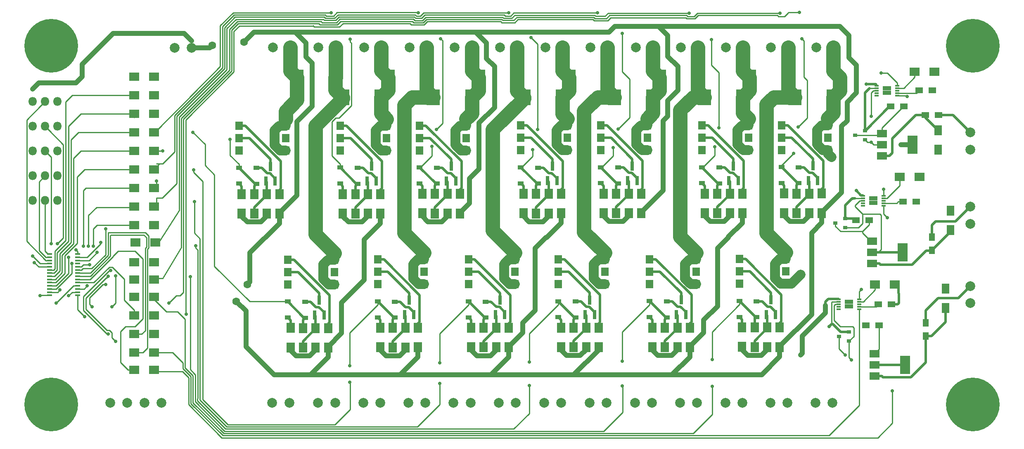
<source format=gbr>
G04 #@! TF.FileFunction,Copper,L1,Top,Signal*
%FSLAX46Y46*%
G04 Gerber Fmt 4.6, Leading zero omitted, Abs format (unit mm)*
G04 Created by KiCad (PCBNEW 4.0.6) date Sunday, July 09, 2017 'PMt' 04:39:34 PM*
%MOMM*%
%LPD*%
G01*
G04 APERTURE LIST*
%ADD10C,0.100000*%
%ADD11R,1.100000X0.400000*%
%ADD12R,2.000000X3.800000*%
%ADD13R,2.000000X1.500000*%
%ADD14C,2.000000*%
%ADD15O,1.800000X1.800000*%
%ADD16R,1.700000X2.000000*%
%ADD17R,0.800000X1.900000*%
%ADD18R,1.220000X0.910000*%
%ADD19R,1.520000X1.780000*%
%ADD20R,2.700000X3.200000*%
%ADD21C,11.000000*%
%ADD22C,0.700000*%
%ADD23R,2.000000X1.700000*%
%ADD24R,1.600000X2.000000*%
%ADD25R,0.900000X0.800000*%
%ADD26R,1.300000X1.500000*%
%ADD27R,1.500000X1.300000*%
%ADD28R,0.890000X0.305000*%
%ADD29R,0.840000X0.940000*%
%ADD30C,1.600000*%
%ADD31C,0.250000*%
%ADD32C,0.500000*%
%ADD33C,1.000000*%
%ADD34C,3.000000*%
%ADD35C,2.000000*%
G04 APERTURE END LIST*
D10*
D11*
X7310000Y-50385000D03*
X7310000Y-51035000D03*
X7310000Y-51685000D03*
X7310000Y-52335000D03*
X7310000Y-52985000D03*
X7310000Y-53635000D03*
X7310000Y-54285000D03*
X7310000Y-54935000D03*
X7310000Y-55585000D03*
X7310000Y-56235000D03*
X7310000Y-56885000D03*
X7310000Y-57535000D03*
X7310000Y-58185000D03*
X7310000Y-58835000D03*
X13010000Y-58835000D03*
X13010000Y-58185000D03*
X13010000Y-57535000D03*
X13010000Y-56885000D03*
X13010000Y-56235000D03*
X13010000Y-55585000D03*
X13010000Y-54935000D03*
X13010000Y-54285000D03*
X13010000Y-53635000D03*
X13010000Y-52985000D03*
X13010000Y-52335000D03*
X13010000Y-51685000D03*
X13010000Y-51035000D03*
X13010000Y-50385000D03*
D12*
X184252000Y-27940000D03*
D13*
X177952000Y-27940000D03*
X177952000Y-30240000D03*
X177952000Y-25640000D03*
D14*
X196088000Y-60452000D03*
X196088000Y-56952000D03*
D15*
X3810000Y-34290000D03*
X6350000Y-34290000D03*
X8890000Y-34290000D03*
D14*
X164325000Y-80900000D03*
X167825000Y-80900000D03*
D16*
X157920000Y-37930000D03*
X157920000Y-41930000D03*
D17*
X162875000Y-35250000D03*
X164775000Y-35250000D03*
X163825000Y-32250000D03*
D18*
X160890000Y-35825000D03*
X160890000Y-32555000D03*
D16*
X160475000Y-41950000D03*
X160475000Y-37950000D03*
X163075000Y-37950000D03*
X163075000Y-41950000D03*
D18*
X157370000Y-35775000D03*
X157370000Y-32505000D03*
D16*
X165630000Y-41940000D03*
X165630000Y-37940000D03*
D19*
X166900000Y-26440000D03*
X157370000Y-26440000D03*
X166900000Y-23900000D03*
X166900000Y-28980000D03*
X157370000Y-28980000D03*
X157370000Y-23900000D03*
D16*
X141620000Y-37960000D03*
X141620000Y-41960000D03*
D18*
X141070000Y-35805000D03*
X141070000Y-32535000D03*
D19*
X150600000Y-26470000D03*
X141070000Y-26470000D03*
X150600000Y-23930000D03*
X150600000Y-29010000D03*
X141070000Y-29010000D03*
X141070000Y-23930000D03*
D17*
X146575000Y-35280000D03*
X148475000Y-35280000D03*
X147525000Y-32280000D03*
D18*
X144590000Y-35855000D03*
X144590000Y-32585000D03*
D19*
X129860000Y-26480000D03*
X120330000Y-26480000D03*
X129860000Y-23940000D03*
X129860000Y-29020000D03*
X120330000Y-29020000D03*
X120330000Y-23940000D03*
D17*
X125835000Y-35290000D03*
X127735000Y-35290000D03*
X126785000Y-32290000D03*
D18*
X123850000Y-35865000D03*
X123850000Y-32595000D03*
X120330000Y-35815000D03*
X120330000Y-32545000D03*
D16*
X123435000Y-41990000D03*
X123435000Y-37990000D03*
X126035000Y-37990000D03*
X126035000Y-41990000D03*
X120880000Y-37970000D03*
X120880000Y-41970000D03*
X146775000Y-37980000D03*
X146775000Y-41980000D03*
X144175000Y-41980000D03*
X144175000Y-37980000D03*
X128590000Y-41980000D03*
X128590000Y-37980000D03*
X149330000Y-41970000D03*
X149330000Y-37970000D03*
D17*
X154255000Y-62760000D03*
X156155000Y-62760000D03*
X155205000Y-59760000D03*
D19*
X158280000Y-53950000D03*
X148750000Y-53950000D03*
X158280000Y-51410000D03*
X158280000Y-56490000D03*
X148750000Y-56490000D03*
X148750000Y-51410000D03*
D18*
X152270000Y-63335000D03*
X152270000Y-60065000D03*
X148750000Y-63285000D03*
X148750000Y-60015000D03*
D16*
X130880000Y-65470000D03*
X130880000Y-69470000D03*
X133435000Y-69490000D03*
X133435000Y-65490000D03*
X136035000Y-65490000D03*
X136035000Y-69490000D03*
X138590000Y-69480000D03*
X138590000Y-65480000D03*
D19*
X139860000Y-53980000D03*
X130330000Y-53980000D03*
X139860000Y-51440000D03*
X139860000Y-56520000D03*
X130330000Y-56520000D03*
X130330000Y-51440000D03*
D17*
X135835000Y-62790000D03*
X137735000Y-62790000D03*
X136785000Y-59790000D03*
D18*
X133850000Y-63365000D03*
X133850000Y-60095000D03*
X130330000Y-63315000D03*
X130330000Y-60045000D03*
D16*
X154455000Y-65460000D03*
X154455000Y-69460000D03*
X151855000Y-69460000D03*
X151855000Y-65460000D03*
X149300000Y-65440000D03*
X149300000Y-69440000D03*
X157010000Y-69450000D03*
X157010000Y-65450000D03*
D18*
X103920000Y-35845000D03*
X103920000Y-32575000D03*
D16*
X104470000Y-38000000D03*
X104470000Y-42000000D03*
D17*
X109425000Y-35320000D03*
X111325000Y-35320000D03*
X110375000Y-32320000D03*
D19*
X113450000Y-26510000D03*
X103920000Y-26510000D03*
X113450000Y-23970000D03*
X113450000Y-29050000D03*
X103920000Y-29050000D03*
X103920000Y-23970000D03*
D18*
X107440000Y-35895000D03*
X107440000Y-32625000D03*
X83180000Y-35855000D03*
X83180000Y-32585000D03*
D17*
X88685000Y-35330000D03*
X90585000Y-35330000D03*
X89635000Y-32330000D03*
D18*
X86700000Y-35905000D03*
X86700000Y-32635000D03*
D19*
X92710000Y-26520000D03*
X83180000Y-26520000D03*
X92710000Y-23980000D03*
X92710000Y-29060000D03*
X83180000Y-29060000D03*
X83180000Y-23980000D03*
D18*
X111600000Y-63325000D03*
X111600000Y-60055000D03*
D16*
X119860000Y-69490000D03*
X119860000Y-65490000D03*
D19*
X121130000Y-53990000D03*
X111600000Y-53990000D03*
X121130000Y-51450000D03*
X121130000Y-56530000D03*
X111600000Y-56530000D03*
X111600000Y-51450000D03*
D17*
X117105000Y-62800000D03*
X119005000Y-62800000D03*
X118055000Y-59800000D03*
D18*
X115120000Y-63375000D03*
X115120000Y-60105000D03*
D16*
X112150000Y-65480000D03*
X112150000Y-69480000D03*
X114705000Y-69500000D03*
X114705000Y-65500000D03*
X117305000Y-65500000D03*
X117305000Y-69500000D03*
X101440000Y-69520000D03*
X101440000Y-65520000D03*
X98885000Y-65530000D03*
X98885000Y-69530000D03*
X93730000Y-65510000D03*
X93730000Y-69510000D03*
X96285000Y-69530000D03*
X96285000Y-65530000D03*
D18*
X93180000Y-63355000D03*
X93180000Y-60085000D03*
D17*
X98685000Y-62830000D03*
X100585000Y-62830000D03*
X99635000Y-59830000D03*
D19*
X102710000Y-54020000D03*
X93180000Y-54020000D03*
X102710000Y-51480000D03*
X102710000Y-56560000D03*
X93180000Y-56560000D03*
X93180000Y-51480000D03*
D18*
X96700000Y-63405000D03*
X96700000Y-60135000D03*
D16*
X112180000Y-42010000D03*
X112180000Y-38010000D03*
X109625000Y-38020000D03*
X109625000Y-42020000D03*
X107025000Y-42020000D03*
X107025000Y-38020000D03*
X83730000Y-38010000D03*
X83730000Y-42010000D03*
X91440000Y-42020000D03*
X91440000Y-38020000D03*
X86285000Y-42030000D03*
X86285000Y-38030000D03*
X88885000Y-38030000D03*
X88885000Y-42030000D03*
D18*
X74560000Y-63365000D03*
X74560000Y-60095000D03*
D19*
X84090000Y-54030000D03*
X74560000Y-54030000D03*
X84090000Y-51490000D03*
X84090000Y-56570000D03*
X74560000Y-56570000D03*
X74560000Y-51490000D03*
D17*
X80065000Y-62840000D03*
X81965000Y-62840000D03*
X81015000Y-59840000D03*
D18*
X78080000Y-63415000D03*
X78080000Y-60145000D03*
D16*
X75110000Y-65520000D03*
X75110000Y-69520000D03*
X77665000Y-69540000D03*
X77665000Y-65540000D03*
X80265000Y-65540000D03*
X80265000Y-69540000D03*
X82820000Y-69530000D03*
X82820000Y-65530000D03*
X72585000Y-38060000D03*
X72585000Y-42060000D03*
X67430000Y-38040000D03*
X67430000Y-42040000D03*
X69985000Y-42060000D03*
X69985000Y-38060000D03*
X75140000Y-42050000D03*
X75140000Y-38050000D03*
D19*
X76410000Y-26550000D03*
X66880000Y-26550000D03*
X76410000Y-24010000D03*
X76410000Y-29090000D03*
X66880000Y-29090000D03*
X66880000Y-24010000D03*
D17*
X72385000Y-35360000D03*
X74285000Y-35360000D03*
X73335000Y-32360000D03*
D18*
X70400000Y-35935000D03*
X70400000Y-32665000D03*
X66880000Y-35885000D03*
X66880000Y-32615000D03*
D16*
X61845000Y-65570000D03*
X61845000Y-69570000D03*
X56690000Y-65550000D03*
X56690000Y-69550000D03*
X59245000Y-69570000D03*
X59245000Y-65570000D03*
X64400000Y-69560000D03*
X64400000Y-65560000D03*
D19*
X65670000Y-54060000D03*
X56140000Y-54060000D03*
X65670000Y-51520000D03*
X65670000Y-56600000D03*
X56140000Y-56600000D03*
X56140000Y-51520000D03*
D17*
X61645000Y-62870000D03*
X63545000Y-62870000D03*
X62595000Y-59870000D03*
D18*
X59660000Y-63445000D03*
X59660000Y-60175000D03*
X56140000Y-63395000D03*
X56140000Y-60125000D03*
X49660000Y-35945000D03*
X49660000Y-32675000D03*
D14*
X56625000Y-7975000D03*
X53125000Y-7975000D03*
X65925000Y-7975000D03*
X62425000Y-7975000D03*
X75275000Y-7975000D03*
X71775000Y-7975000D03*
X84600000Y-7975000D03*
X81100000Y-7975000D03*
X93875000Y-7975000D03*
X90375000Y-7975000D03*
X103150000Y-7975000D03*
X99650000Y-7975000D03*
X112425000Y-7975000D03*
X108925000Y-7975000D03*
X121700000Y-7975000D03*
X118200000Y-7975000D03*
X131000000Y-7975000D03*
X127500000Y-7975000D03*
X140225000Y-7975000D03*
X136725000Y-7975000D03*
X149450000Y-7975000D03*
X145950000Y-7975000D03*
X158725000Y-7975000D03*
X155225000Y-7975000D03*
X168000000Y-7975000D03*
X164500000Y-7975000D03*
X52950000Y-80900000D03*
X56450000Y-80900000D03*
X62350000Y-80900000D03*
X65850000Y-80900000D03*
X71625000Y-80900000D03*
X75125000Y-80900000D03*
X80850000Y-80900000D03*
X84350000Y-80900000D03*
X90125000Y-80900000D03*
X93625000Y-80900000D03*
X99400000Y-80900000D03*
X102900000Y-80900000D03*
X108700000Y-80900000D03*
X112200000Y-80900000D03*
X118025000Y-80900000D03*
X121525000Y-80900000D03*
X127325000Y-80900000D03*
X130825000Y-80900000D03*
X136575000Y-80900000D03*
X140075000Y-80900000D03*
X145850000Y-80900000D03*
X149350000Y-80900000D03*
X155100000Y-80900000D03*
X158600000Y-80900000D03*
X36425000Y-8000000D03*
X32925000Y-8000000D03*
D20*
X58000000Y-14100000D03*
X65900000Y-14100000D03*
X67375000Y-18150000D03*
X75275000Y-18150000D03*
X76700000Y-14125000D03*
X84600000Y-14125000D03*
X85975000Y-18175000D03*
X93875000Y-18175000D03*
X95250000Y-14150000D03*
X103150000Y-14150000D03*
X104525000Y-18175000D03*
X112425000Y-18175000D03*
X113800000Y-14150000D03*
X121700000Y-14150000D03*
X123100000Y-18150000D03*
X131000000Y-18150000D03*
X132325000Y-14125000D03*
X140225000Y-14125000D03*
X141550000Y-18150000D03*
X149450000Y-18150000D03*
X150825000Y-14150000D03*
X158725000Y-14150000D03*
X160100000Y-18150000D03*
X168000000Y-18150000D03*
D17*
X51645000Y-35370000D03*
X53545000Y-35370000D03*
X52595000Y-32370000D03*
D16*
X49245000Y-42070000D03*
X49245000Y-38070000D03*
X51845000Y-38070000D03*
X51845000Y-42070000D03*
X54400000Y-42060000D03*
X54400000Y-38060000D03*
D19*
X55670000Y-26560000D03*
X46140000Y-26560000D03*
X55670000Y-24020000D03*
X55670000Y-29100000D03*
X46140000Y-29100000D03*
X46140000Y-24020000D03*
D21*
X7620000Y-7620000D03*
D22*
X11745000Y-7620000D03*
X10546815Y-10546815D03*
X7620000Y-11745000D03*
X4693185Y-10546815D03*
X3495000Y-7620000D03*
X4693185Y-4693185D03*
X7620000Y-3495000D03*
X10546815Y-4693185D03*
D21*
X196560000Y-81280000D03*
D22*
X200721000Y-81280000D03*
X199522815Y-84206815D03*
X196596000Y-85405000D03*
X193669185Y-84206815D03*
X192471000Y-81280000D03*
X193669185Y-78353185D03*
X196596000Y-77155000D03*
X199522815Y-78353185D03*
D21*
X7620000Y-81280000D03*
D22*
X11745000Y-81280000D03*
X10546815Y-84206815D03*
X7620000Y-85405000D03*
X4693185Y-84206815D03*
X3495000Y-81280000D03*
X4693185Y-78353185D03*
X7620000Y-77155000D03*
X10546815Y-78353185D03*
D21*
X196596000Y-7620000D03*
D22*
X200721000Y-7620000D03*
X199522815Y-10546815D03*
X196596000Y-11745000D03*
X193669185Y-10546815D03*
X192471000Y-7620000D03*
X193669185Y-4693185D03*
X196596000Y-3495000D03*
X199522815Y-4693185D03*
D18*
X46140000Y-35895000D03*
X46140000Y-32625000D03*
D16*
X46690000Y-38050000D03*
X46690000Y-42050000D03*
D14*
X196088000Y-44140000D03*
X196088000Y-40640000D03*
X196088000Y-28900000D03*
X196088000Y-25400000D03*
D23*
X24670000Y-17780000D03*
X28670000Y-17780000D03*
X24670000Y-21590000D03*
X28670000Y-21590000D03*
X24670000Y-25400000D03*
X28670000Y-25400000D03*
X24670000Y-29210000D03*
X28670000Y-29210000D03*
X24670000Y-33020000D03*
X28670000Y-33020000D03*
X24670000Y-36830000D03*
X28670000Y-36830000D03*
X24670000Y-40640000D03*
X28670000Y-40640000D03*
X24670000Y-44450000D03*
X28670000Y-44450000D03*
X28924000Y-48006000D03*
X24924000Y-48006000D03*
X28670000Y-52070000D03*
X24670000Y-52070000D03*
X28670000Y-55626000D03*
X24670000Y-55626000D03*
X28670000Y-59182000D03*
X24670000Y-59182000D03*
X28670000Y-62992000D03*
X24670000Y-62992000D03*
X28670000Y-74168000D03*
X24670000Y-74168000D03*
X28670000Y-66802000D03*
X24670000Y-66802000D03*
X28670000Y-70612000D03*
X24670000Y-70612000D03*
D15*
X3810000Y-19050000D03*
X6350000Y-19050000D03*
X8890000Y-19050000D03*
X3810000Y-24130000D03*
X6350000Y-24130000D03*
X8890000Y-24130000D03*
X3810000Y-29210000D03*
X6350000Y-29210000D03*
X8890000Y-29210000D03*
X3810000Y-39370000D03*
X6350000Y-39370000D03*
X8890000Y-39370000D03*
D23*
X28670000Y-13970000D03*
X24670000Y-13970000D03*
D14*
X19722000Y-80900000D03*
X23222000Y-80900000D03*
X26722000Y-80900000D03*
X30222000Y-80900000D03*
D24*
X192024000Y-45434000D03*
X192024000Y-41434000D03*
X189484000Y-24924000D03*
X189484000Y-28924000D03*
X191008000Y-61436000D03*
X191008000Y-57436000D03*
D12*
X182220000Y-50038000D03*
D13*
X175920000Y-50038000D03*
X175920000Y-52338000D03*
X175920000Y-47738000D03*
D25*
X170434000Y-44958000D03*
X170434000Y-43058000D03*
X168434000Y-44008000D03*
X174498000Y-26924000D03*
X174498000Y-25024000D03*
X172498000Y-25974000D03*
D12*
X182728000Y-73152000D03*
D13*
X176428000Y-73152000D03*
X176428000Y-75452000D03*
X176428000Y-70852000D03*
D25*
X171180000Y-68260000D03*
X171180000Y-66360000D03*
X169180000Y-67310000D03*
D26*
X188214000Y-49610000D03*
X188214000Y-46910000D03*
D27*
X186864000Y-21844000D03*
X189564000Y-21844000D03*
D26*
X186944000Y-67216000D03*
X186944000Y-64516000D03*
D27*
X175340000Y-43434000D03*
X172640000Y-43434000D03*
X182452000Y-20066000D03*
X179752000Y-20066000D03*
X177372000Y-65024000D03*
X174672000Y-65024000D03*
D23*
X185642000Y-34544000D03*
X181642000Y-34544000D03*
X188690000Y-12954000D03*
X184690000Y-12954000D03*
D27*
X188294000Y-16764000D03*
X185594000Y-16764000D03*
X184992000Y-39624000D03*
X182292000Y-39624000D03*
D23*
X180562000Y-56642000D03*
X176562000Y-56642000D03*
D27*
X179912000Y-60706000D03*
X177212000Y-60706000D03*
D28*
X174083000Y-38408000D03*
X174083000Y-38908000D03*
X174083000Y-39408000D03*
X174083000Y-39908000D03*
X174083000Y-40408000D03*
X178293000Y-40408000D03*
X178293000Y-39908000D03*
X178293000Y-39408000D03*
X178293000Y-38908000D03*
X178293000Y-38408000D03*
D29*
X176608000Y-39878000D03*
X176608000Y-38938000D03*
X175768000Y-39878000D03*
X175768000Y-38938000D03*
D28*
X176877000Y-15802000D03*
X176877000Y-16302000D03*
X176877000Y-16802000D03*
X176877000Y-17302000D03*
X176877000Y-17802000D03*
X181087000Y-17802000D03*
X181087000Y-17302000D03*
X181087000Y-16802000D03*
X181087000Y-16302000D03*
X181087000Y-15802000D03*
D29*
X179402000Y-17272000D03*
X179402000Y-16332000D03*
X178562000Y-17272000D03*
X178562000Y-16332000D03*
D28*
X169091000Y-59668000D03*
X169091000Y-60168000D03*
X169091000Y-60668000D03*
X169091000Y-61168000D03*
X169091000Y-61668000D03*
X173301000Y-61668000D03*
X173301000Y-61168000D03*
X173301000Y-60668000D03*
X173301000Y-60168000D03*
X173301000Y-59668000D03*
D29*
X171616000Y-61138000D03*
X171616000Y-60198000D03*
X170776000Y-61138000D03*
X170776000Y-60198000D03*
D22*
X36700000Y-25370000D03*
X29200000Y-21350000D03*
X28670000Y-13970000D03*
X178308000Y-37084000D03*
X191008000Y-57436000D03*
X189484000Y-28924000D03*
X180562000Y-56642000D03*
X173736000Y-57658000D03*
X192024000Y-41434000D03*
X184992000Y-39624000D03*
X185642000Y-34544000D03*
X177800000Y-13208000D03*
X188690000Y-12954000D03*
X188294000Y-16764000D03*
X16002000Y-61214000D03*
X18796000Y-56642000D03*
X15494000Y-52578000D03*
X5334000Y-58928000D03*
X160890000Y-32555000D03*
X144590000Y-32585000D03*
X141620000Y-41960000D03*
X157920000Y-41930000D03*
X120880000Y-41970000D03*
X123850000Y-32595000D03*
X130880000Y-69470000D03*
X152270000Y-60065000D03*
X133850000Y-60095000D03*
X149300000Y-69440000D03*
X112150000Y-69480000D03*
X107440000Y-32625000D03*
X115120000Y-60105000D03*
X96700000Y-60135000D03*
X104470000Y-42000000D03*
X86700000Y-32635000D03*
X93730000Y-69510000D03*
X83730000Y-42010000D03*
X75110000Y-69520000D03*
X78080000Y-60145000D03*
X67430000Y-42040000D03*
X70400000Y-32665000D03*
X56690000Y-69550000D03*
X59660000Y-60175000D03*
X49660000Y-32675000D03*
X46690000Y-42050000D03*
X68890000Y-6270000D03*
X65020000Y-790000D03*
X30480000Y-29210000D03*
X36830000Y-33090000D03*
X68870000Y-76650000D03*
X68870000Y-73340000D03*
X85720000Y-28260000D03*
X86630000Y-24750000D03*
X87500000Y-6170000D03*
X82870000Y-830000D03*
X29175000Y-35350000D03*
X36980000Y-39630000D03*
X87260000Y-76970000D03*
X87260000Y-72690000D03*
X106340000Y-28900000D03*
X107330000Y-24800000D03*
X106000000Y-5940000D03*
X101460000Y-810000D03*
X105650000Y-72500000D03*
X105690000Y-77390000D03*
X37230000Y-48620000D03*
X29210000Y-44450000D03*
X122810000Y-28500000D03*
X123860000Y-24700000D03*
X124680000Y-5090000D03*
X119620000Y-860000D03*
X124690000Y-72360000D03*
X124740000Y-77430000D03*
X36110000Y-55020000D03*
X29210000Y-52070000D03*
X143680000Y-28360000D03*
X144500000Y-24410000D03*
X143000000Y-6360000D03*
X138450000Y-910000D03*
X143130000Y-72000000D03*
X143130000Y-77540000D03*
X28702000Y-63500000D03*
X31750000Y-60452000D03*
X157080000Y-880000D03*
X161570000Y-6190000D03*
X160760000Y-24310000D03*
X159810000Y-29690000D03*
X161290000Y-54610000D03*
X161290000Y-71120000D03*
X172720000Y-37338000D03*
X174752000Y-15494000D03*
X174752000Y-15494000D03*
X167640000Y-30480000D03*
X12700000Y-49530000D03*
X3810000Y-16510000D03*
X47625000Y-69469000D03*
D30*
X47180000Y-6820000D03*
X40610000Y-7530000D03*
X45590000Y-60060000D03*
X47800000Y-56650000D03*
D22*
X19304000Y-66802000D03*
X19851347Y-53748249D03*
X17780000Y-48006000D03*
X17780000Y-48006000D03*
X20828000Y-68326000D03*
X19338003Y-54898003D03*
X17018000Y-50038000D03*
X179070000Y-42926000D03*
X180086000Y-78486000D03*
X161036000Y-762000D03*
X183134000Y-18034000D03*
X35306000Y-62738000D03*
X28702000Y-67056000D03*
X28670000Y-17780000D03*
X44300000Y-26800000D03*
X14224000Y-48768000D03*
X11176000Y-51054000D03*
X15240000Y-48768000D03*
X11851000Y-52324000D03*
X16256000Y-48768000D03*
X9431503Y-57691503D03*
X24924000Y-48006000D03*
X20828000Y-54864000D03*
X20066000Y-61214000D03*
X14478000Y-63246000D03*
X24670000Y-52070000D03*
X11176000Y-58928000D03*
X24670000Y-55626000D03*
X14986000Y-56910000D03*
X24670000Y-59182000D03*
X8636000Y-60452000D03*
X8890000Y-48260000D03*
X3810000Y-50800000D03*
X3810000Y-50800000D03*
X7620000Y-48260000D03*
X4162073Y-52106669D03*
X24670000Y-13970000D03*
X18796000Y-45212000D03*
X177952000Y-27940000D03*
X181864000Y-27940000D03*
X175768000Y-27432000D03*
X175768000Y-22098000D03*
X176428000Y-73152000D03*
X171704000Y-72136000D03*
X176428000Y-70852000D03*
X170434000Y-71120000D03*
X174672000Y-65024000D03*
X167132000Y-65278000D03*
D31*
X41090000Y-52900000D02*
X48315000Y-60125000D01*
X48315000Y-60125000D02*
X56140000Y-60125000D01*
X41090000Y-34070000D02*
X41090000Y-52900000D01*
X39170010Y-32150010D02*
X41090000Y-34070000D01*
X39170010Y-27840010D02*
X39170010Y-32150010D01*
X36700000Y-25370000D02*
X39170010Y-27840010D01*
D32*
X59660000Y-63445000D02*
X59460000Y-63445000D01*
X59245000Y-65570000D02*
X59245000Y-63860000D01*
X59245000Y-63860000D02*
X59660000Y-63445000D01*
X59460000Y-63445000D02*
X56140000Y-60125000D01*
D31*
X178293000Y-38408000D02*
X178293000Y-37099000D01*
X178293000Y-37099000D02*
X178308000Y-37084000D01*
D32*
X181356000Y-57404000D02*
X181324000Y-57404000D01*
X181324000Y-57404000D02*
X180562000Y-56642000D01*
X181356000Y-58420000D02*
X181356000Y-57404000D01*
X181416000Y-58480000D02*
X181356000Y-58420000D01*
X181416000Y-60452000D02*
X181416000Y-58480000D01*
X179912000Y-60706000D02*
X181162000Y-60706000D01*
X181162000Y-60706000D02*
X181416000Y-60452000D01*
D31*
X173301000Y-59668000D02*
X173301000Y-58093000D01*
X173301000Y-58093000D02*
X173736000Y-57658000D01*
X179070000Y-13208000D02*
X177800000Y-13208000D01*
X180086000Y-14224000D02*
X179070000Y-13208000D01*
X181102000Y-15240000D02*
X180086000Y-14224000D01*
X181102000Y-15384500D02*
X181102000Y-15240000D01*
X181087000Y-15802000D02*
X181087000Y-15399500D01*
X181087000Y-15399500D02*
X181102000Y-15384500D01*
X15494000Y-59310410D02*
X15494000Y-60706000D01*
X15494000Y-60706000D02*
X16002000Y-61214000D01*
X18796000Y-56642000D02*
X18162410Y-56642000D01*
X18162410Y-56642000D02*
X15494000Y-59310410D01*
X13010000Y-52985000D02*
X13810000Y-52985000D01*
X13810000Y-52985000D02*
X14217000Y-52578000D01*
X14217000Y-52578000D02*
X15494000Y-52578000D01*
X7310000Y-58835000D02*
X5427000Y-58835000D01*
X5427000Y-58835000D02*
X5334000Y-58928000D01*
D32*
X155105001Y-61160001D02*
X154475001Y-61160001D01*
X156155000Y-62210000D02*
X155105001Y-61160001D01*
D33*
X154455000Y-69460000D02*
X154455000Y-69970002D01*
D32*
X154475001Y-61160001D02*
X153380000Y-60065000D01*
X153380000Y-60065000D02*
X152270000Y-60065000D01*
X156155000Y-62760000D02*
X156155000Y-62210000D01*
D33*
X161885001Y-43650001D02*
X159064999Y-43650001D01*
X157920000Y-42505002D02*
X157920000Y-41930000D01*
X159064999Y-43650001D02*
X157920000Y-42505002D01*
X163075000Y-41950000D02*
X163075000Y-42460002D01*
X163075000Y-42460002D02*
X161885001Y-43650001D01*
D32*
X164775000Y-35250000D02*
X164775000Y-34700000D01*
X164775000Y-34700000D02*
X163725001Y-33650001D01*
X163725001Y-33650001D02*
X163095001Y-33650001D01*
X148475000Y-35280000D02*
X148475000Y-34730000D01*
X145700000Y-32585000D02*
X144590000Y-32585000D01*
X127735000Y-35290000D02*
X127735000Y-34740000D01*
X126685001Y-33690001D02*
X126055001Y-33690001D01*
X124960000Y-32595000D02*
X123850000Y-32595000D01*
X126055001Y-33690001D02*
X124960000Y-32595000D01*
X127735000Y-34740000D02*
X126685001Y-33690001D01*
D33*
X120880000Y-42545002D02*
X120880000Y-41970000D01*
X126035000Y-42500002D02*
X124845001Y-43690001D01*
X122024999Y-43690001D02*
X120880000Y-42545002D01*
X124845001Y-43690001D02*
X122024999Y-43690001D01*
X126035000Y-41990000D02*
X126035000Y-42500002D01*
D32*
X148475000Y-34730000D02*
X147425001Y-33680001D01*
X147425001Y-33680001D02*
X146795001Y-33680001D01*
X146795001Y-33680001D02*
X145700000Y-32585000D01*
D33*
X146775000Y-42490002D02*
X145585001Y-43680001D01*
X142764999Y-43680001D02*
X141620000Y-42535002D01*
X145585001Y-43680001D02*
X142764999Y-43680001D01*
X141620000Y-42535002D02*
X141620000Y-41960000D01*
X146775000Y-41980000D02*
X146775000Y-42490002D01*
D32*
X162000000Y-32555000D02*
X160890000Y-32555000D01*
X163095001Y-33650001D02*
X162000000Y-32555000D01*
X134960000Y-60095000D02*
X133850000Y-60095000D01*
X136055001Y-61190001D02*
X134960000Y-60095000D01*
X136685001Y-61190001D02*
X136055001Y-61190001D01*
X137735000Y-62790000D02*
X137735000Y-62240000D01*
X137735000Y-62240000D02*
X136685001Y-61190001D01*
D33*
X136035000Y-70000002D02*
X134845001Y-71190001D01*
X130880000Y-70045002D02*
X130880000Y-69470000D01*
X132024999Y-71190001D02*
X130880000Y-70045002D01*
X134845001Y-71190001D02*
X132024999Y-71190001D01*
X149300000Y-70015002D02*
X149300000Y-69440000D01*
X153265001Y-71160001D02*
X150444999Y-71160001D01*
X150444999Y-71160001D02*
X149300000Y-70015002D01*
X154455000Y-69970002D02*
X153265001Y-71160001D01*
X136035000Y-69490000D02*
X136035000Y-70000002D01*
D32*
X109645001Y-33720001D02*
X108550000Y-32625000D01*
X110275001Y-33720001D02*
X109645001Y-33720001D01*
X111325000Y-34770000D02*
X110275001Y-33720001D01*
X108550000Y-32625000D02*
X107440000Y-32625000D01*
D33*
X104470000Y-42575002D02*
X104470000Y-42000000D01*
X105614999Y-43720001D02*
X104470000Y-42575002D01*
X109625000Y-42530002D02*
X108435001Y-43720001D01*
X108435001Y-43720001D02*
X105614999Y-43720001D01*
D32*
X111325000Y-35320000D02*
X111325000Y-34770000D01*
D33*
X109625000Y-42020000D02*
X109625000Y-42530002D01*
X98885000Y-69530000D02*
X98885000Y-70040002D01*
X98885000Y-70040002D02*
X97695001Y-71230001D01*
X94874999Y-71230001D02*
X93730000Y-70085002D01*
X93730000Y-70085002D02*
X93730000Y-69510000D01*
X97695001Y-71230001D02*
X94874999Y-71230001D01*
D32*
X97810000Y-60135000D02*
X96700000Y-60135000D01*
X98905001Y-61230001D02*
X97810000Y-60135000D01*
X100585000Y-62280000D02*
X99535001Y-61230001D01*
X99535001Y-61230001D02*
X98905001Y-61230001D01*
X100585000Y-62830000D02*
X100585000Y-62280000D01*
X119005000Y-62800000D02*
X119005000Y-62250000D01*
X119005000Y-62250000D02*
X117955001Y-61200001D01*
X117955001Y-61200001D02*
X117325001Y-61200001D01*
X117325001Y-61200001D02*
X116230000Y-60105000D01*
X116230000Y-60105000D02*
X115120000Y-60105000D01*
D33*
X116115001Y-71200001D02*
X113294999Y-71200001D01*
X117305000Y-69500000D02*
X117305000Y-70010002D01*
X113294999Y-71200001D02*
X112150000Y-70055002D01*
X112150000Y-70055002D02*
X112150000Y-69480000D01*
X117305000Y-70010002D02*
X116115001Y-71200001D01*
D32*
X90585000Y-35330000D02*
X90585000Y-34780000D01*
X90585000Y-34780000D02*
X89535001Y-33730001D01*
X89535001Y-33730001D02*
X88905001Y-33730001D01*
X87810000Y-32635000D02*
X86700000Y-32635000D01*
X88905001Y-33730001D02*
X87810000Y-32635000D01*
D33*
X87695001Y-43730001D02*
X84874999Y-43730001D01*
X83730000Y-42585002D02*
X83730000Y-42010000D01*
X88885000Y-42540002D02*
X87695001Y-43730001D01*
X84874999Y-43730001D02*
X83730000Y-42585002D01*
X88885000Y-42030000D02*
X88885000Y-42540002D01*
D32*
X81965000Y-62840000D02*
X81965000Y-62290000D01*
X80915001Y-61240001D02*
X80285001Y-61240001D01*
X81965000Y-62290000D02*
X80915001Y-61240001D01*
X80285001Y-61240001D02*
X79190000Y-60145000D01*
D33*
X79075001Y-71240001D02*
X76254999Y-71240001D01*
X80265000Y-69540000D02*
X80265000Y-70050002D01*
X76254999Y-71240001D02*
X75110000Y-70095002D01*
X75110000Y-70095002D02*
X75110000Y-69520000D01*
X80265000Y-70050002D02*
X79075001Y-71240001D01*
D32*
X79190000Y-60145000D02*
X78080000Y-60145000D01*
X74285000Y-35360000D02*
X74285000Y-34810000D01*
X72605001Y-33760001D02*
X71510000Y-32665000D01*
X71510000Y-32665000D02*
X70400000Y-32665000D01*
X73235001Y-33760001D02*
X72605001Y-33760001D01*
X74285000Y-34810000D02*
X73235001Y-33760001D01*
D33*
X68574999Y-43760001D02*
X67430000Y-42615002D01*
X72585000Y-42060000D02*
X72585000Y-42570002D01*
X72585000Y-42570002D02*
X71395001Y-43760001D01*
X71395001Y-43760001D02*
X68574999Y-43760001D01*
X67430000Y-42615002D02*
X67430000Y-42040000D01*
D32*
X63545000Y-62870000D02*
X63545000Y-62320000D01*
X61865001Y-61270001D02*
X60770000Y-60175000D01*
X60770000Y-60175000D02*
X59660000Y-60175000D01*
X62495001Y-61270001D02*
X61865001Y-61270001D01*
X63545000Y-62320000D02*
X62495001Y-61270001D01*
D33*
X57834999Y-71270001D02*
X56690000Y-70125002D01*
X61845000Y-69570000D02*
X61845000Y-70080002D01*
X61845000Y-70080002D02*
X60655001Y-71270001D01*
X60655001Y-71270001D02*
X57834999Y-71270001D01*
X56690000Y-70125002D02*
X56690000Y-69550000D01*
D32*
X53545000Y-35370000D02*
X53545000Y-34820000D01*
X53545000Y-34820000D02*
X52495001Y-33770001D01*
X52495001Y-33770001D02*
X51865001Y-33770001D01*
X51865001Y-33770001D02*
X50770000Y-32675000D01*
X50770000Y-32675000D02*
X49660000Y-32675000D01*
D33*
X51845000Y-42070000D02*
X51845000Y-42580002D01*
X51845000Y-42580002D02*
X50655001Y-43770001D01*
X50655001Y-43770001D02*
X47834999Y-43770001D01*
X47834999Y-43770001D02*
X46690000Y-42625002D01*
X46690000Y-42625002D02*
X46690000Y-42050000D01*
D31*
X65180000Y-23175952D02*
X65180000Y-30210000D01*
X65180000Y-30210000D02*
X66880000Y-31910000D01*
X66880000Y-31910000D02*
X66880000Y-32615000D01*
X65915952Y-22440000D02*
X65180000Y-23175952D01*
X68890000Y-6270000D02*
X68890000Y-6764974D01*
X66620002Y-22440000D02*
X65915952Y-22440000D01*
X68890000Y-6764974D02*
X69200010Y-7074984D01*
X69200010Y-7074984D02*
X69200010Y-19859992D01*
X69200010Y-19859992D02*
X66620002Y-22440000D01*
X44940000Y-790000D02*
X65020000Y-790000D01*
X42280000Y-3450000D02*
X44940000Y-790000D01*
X42280000Y-5200000D02*
X42280000Y-3450000D01*
D32*
X70400000Y-35935000D02*
X70200000Y-35935000D01*
X69985000Y-38060000D02*
X69985000Y-36350000D01*
X69985000Y-36350000D02*
X70400000Y-35935000D01*
X70200000Y-35935000D02*
X66880000Y-32615000D01*
D31*
X42280000Y-11860000D02*
X42280000Y-5200000D01*
X36930000Y-17210000D02*
X42280000Y-11860000D01*
X36930000Y-17270000D02*
X36930000Y-17210000D01*
X29200000Y-24850000D02*
X29350000Y-24850000D01*
X29350000Y-24850000D02*
X36930000Y-17270000D01*
X30480000Y-29210000D02*
X28670000Y-29210000D01*
X68870000Y-73340000D02*
X68870000Y-66490000D01*
X36830000Y-33584974D02*
X38720000Y-35474974D01*
X36830000Y-33090000D02*
X36830000Y-33584974D01*
X65780060Y-85379940D02*
X68880000Y-82280000D01*
X43829940Y-85379940D02*
X65780060Y-85379940D01*
X38720000Y-80270000D02*
X43829940Y-85379940D01*
X38720000Y-35474974D02*
X38720000Y-80270000D01*
X68880000Y-76660000D02*
X68870000Y-76650000D01*
X68880000Y-82280000D02*
X68880000Y-76660000D01*
X74560000Y-60800000D02*
X74560000Y-60095000D01*
X68870000Y-66490000D02*
X74560000Y-60800000D01*
X74525000Y-60060000D02*
X74560000Y-60095000D01*
D32*
X77880000Y-63415000D02*
X74560000Y-60095000D01*
X77665000Y-65540000D02*
X77665000Y-63830000D01*
X77665000Y-63830000D02*
X78080000Y-63415000D01*
X78080000Y-63415000D02*
X77880000Y-63415000D01*
D31*
X30450000Y-31850000D02*
X29840000Y-31850000D01*
X29840000Y-31850000D02*
X28670000Y-33020000D01*
X85720000Y-28260000D02*
X85720000Y-30200000D01*
X85720000Y-30200000D02*
X83335000Y-32585000D01*
X83335000Y-32585000D02*
X83180000Y-32585000D01*
X87500000Y-6170000D02*
X87849999Y-6519999D01*
X87849999Y-6519999D02*
X87849999Y-23530001D01*
X87849999Y-23530001D02*
X86630000Y-24750000D01*
X81400000Y-760000D02*
X82800000Y-760000D01*
X82800000Y-760000D02*
X82870000Y-830000D01*
X66250000Y-760000D02*
X81400000Y-760000D01*
X65544999Y-1465001D02*
X66250000Y-760000D01*
X63800000Y-1240010D02*
X64024991Y-1465001D01*
X64024991Y-1465001D02*
X65544999Y-1465001D01*
X45126400Y-1240010D02*
X63800000Y-1240010D01*
X42730010Y-3636400D02*
X45126400Y-1240010D01*
X83050000Y-32715000D02*
X83180000Y-32585000D01*
D32*
X86500000Y-35905000D02*
X83180000Y-32585000D01*
X86285000Y-38030000D02*
X86285000Y-36320000D01*
X86700000Y-35905000D02*
X86500000Y-35905000D01*
X86285000Y-36320000D02*
X86700000Y-35905000D01*
D31*
X42730010Y-12046400D02*
X42730010Y-3636400D01*
X32940000Y-21896410D02*
X42730010Y-12106400D01*
X42730010Y-12106400D02*
X42730010Y-12046400D01*
X32940000Y-29360000D02*
X32940000Y-21896410D01*
X29200000Y-31850000D02*
X30450000Y-31850000D01*
X30450000Y-31850000D02*
X32940000Y-29360000D01*
X29175000Y-36325000D02*
X29175000Y-35350000D01*
X36980000Y-39630000D02*
X36980000Y-46070000D01*
X38120010Y-47210010D02*
X38120010Y-80310010D01*
X36980000Y-46070000D02*
X38120010Y-47210010D01*
X38120010Y-80310010D02*
X43639950Y-85829950D01*
X43639950Y-85829950D02*
X82700050Y-85829950D01*
X82700050Y-85829950D02*
X87270000Y-81260000D01*
X93180000Y-60790000D02*
X93180000Y-60085000D01*
X87270000Y-66700000D02*
X93180000Y-60790000D01*
X87270000Y-76980000D02*
X87260000Y-76970000D01*
X87270000Y-81260000D02*
X87270000Y-76980000D01*
X87270000Y-72185026D02*
X87270000Y-66700000D01*
X87260000Y-72195026D02*
X87270000Y-72185026D01*
X87260000Y-72690000D02*
X87260000Y-72195026D01*
X29175000Y-36325000D02*
X28670000Y-36830000D01*
D32*
X96500000Y-63405000D02*
X93180000Y-60085000D01*
X96285000Y-63820000D02*
X96700000Y-63405000D01*
X96700000Y-63405000D02*
X96500000Y-63405000D01*
X96285000Y-65530000D02*
X96285000Y-63820000D01*
D31*
X29210000Y-38850000D02*
X29210000Y-40100000D01*
X29210000Y-40100000D02*
X28670000Y-40640000D01*
X106340000Y-28900000D02*
X106340000Y-30310000D01*
X104075000Y-32575000D02*
X103920000Y-32575000D01*
X106340000Y-30310000D02*
X104075000Y-32575000D01*
X106000000Y-5940000D02*
X107330000Y-7270000D01*
X107330000Y-7270000D02*
X107330000Y-24800000D01*
X84000000Y-810000D02*
X101460000Y-810000D01*
X83304999Y-1505001D02*
X84000000Y-810000D01*
X81213600Y-1210010D02*
X82251008Y-1210010D01*
X82251008Y-1210010D02*
X82545999Y-1505001D01*
X82545999Y-1505001D02*
X83304999Y-1505001D01*
X71610000Y-1210010D02*
X81213600Y-1210010D01*
X66436400Y-1210010D02*
X71610000Y-1210010D01*
X45329980Y-1690020D02*
X63613600Y-1690020D01*
X63613600Y-1690020D02*
X63838591Y-1915011D01*
X63838591Y-1915011D02*
X65731400Y-1915010D01*
X65731400Y-1915010D02*
X66436400Y-1210010D01*
X43180020Y-3839980D02*
X45329980Y-1690020D01*
D32*
X107240000Y-35895000D02*
X103920000Y-32575000D01*
X107440000Y-35895000D02*
X107240000Y-35895000D01*
X107025000Y-36310000D02*
X107440000Y-35895000D01*
X107025000Y-38020000D02*
X107025000Y-36310000D01*
D31*
X43180020Y-12232800D02*
X43180020Y-3839980D01*
X33390010Y-22082810D02*
X43180020Y-12292800D01*
X43180020Y-12292800D02*
X43180020Y-12232800D01*
X33390010Y-29546400D02*
X33390010Y-22082810D01*
X29175000Y-38850000D02*
X29210000Y-38850000D01*
X29210000Y-38850000D02*
X30425000Y-38850000D01*
X30425000Y-38850000D02*
X33390010Y-35884990D01*
X33390010Y-35884990D02*
X33390010Y-29546400D01*
X105650000Y-72500000D02*
X105650000Y-66710000D01*
X105650000Y-83090000D02*
X105650000Y-77430000D01*
X105650000Y-77430000D02*
X105690000Y-77390000D01*
X111600000Y-60760000D02*
X111600000Y-60055000D01*
X105650000Y-66710000D02*
X111600000Y-60760000D01*
X102460040Y-86279960D02*
X105650000Y-83090000D01*
X43365600Y-86279960D02*
X102460040Y-86279960D01*
X37600040Y-80514400D02*
X43365600Y-86279960D01*
X37600040Y-80049960D02*
X37600040Y-80514400D01*
X37670000Y-49554974D02*
X37670000Y-79980000D01*
X37670000Y-79980000D02*
X37600040Y-80049960D01*
X37230000Y-49114974D02*
X37670000Y-49554974D01*
D32*
X114920000Y-63375000D02*
X111600000Y-60055000D01*
X114705000Y-63790000D02*
X115120000Y-63375000D01*
X115120000Y-63375000D02*
X114920000Y-63375000D01*
X114705000Y-65500000D02*
X114705000Y-63790000D01*
D31*
X37230000Y-48620000D02*
X37230000Y-49114974D01*
X122810000Y-28500000D02*
X122810000Y-30220000D01*
X122810000Y-30220000D02*
X120485000Y-32545000D01*
X120485000Y-32545000D02*
X120330000Y-32545000D01*
X126270000Y-14480000D02*
X126270000Y-22290000D01*
X126270000Y-22290000D02*
X123860000Y-24700000D01*
X124680000Y-12890000D02*
X126270000Y-14480000D01*
X124680000Y-5090000D02*
X124680000Y-12890000D01*
X101854999Y-1485001D02*
X102480000Y-860000D01*
X102480000Y-860000D02*
X119620000Y-860000D01*
X100500000Y-1260010D02*
X100724991Y-1485001D01*
X100724991Y-1485001D02*
X101854999Y-1485001D01*
X84219990Y-1260010D02*
X100500000Y-1260010D01*
X81027200Y-1660020D02*
X82064608Y-1660020D01*
X82064608Y-1660020D02*
X82359599Y-1955011D01*
X82359599Y-1955011D02*
X83524989Y-1955011D01*
X83524989Y-1955011D02*
X84219990Y-1260010D01*
X71423600Y-1660020D02*
X81027200Y-1660020D01*
X66622800Y-1660020D02*
X71423600Y-1660020D01*
D32*
X123850000Y-35865000D02*
X123650000Y-35865000D01*
X123435000Y-36280000D02*
X123850000Y-35865000D01*
X123435000Y-37990000D02*
X123435000Y-36280000D01*
X123650000Y-35865000D02*
X120330000Y-32545000D01*
D31*
X65917801Y-2365019D02*
X66622800Y-1660020D01*
X45516380Y-2140030D02*
X63427200Y-2140030D01*
X63427200Y-2140030D02*
X63652192Y-2365020D01*
X63652192Y-2365020D02*
X65917801Y-2365019D01*
X43630030Y-4026380D02*
X45516380Y-2140030D01*
X43630030Y-12419200D02*
X43630030Y-4026380D01*
X33840020Y-22269210D02*
X43630030Y-12479200D01*
X43630030Y-12479200D02*
X43630030Y-12419200D01*
X33840020Y-41359980D02*
X33840020Y-22269210D01*
X29200000Y-48390000D02*
X29350000Y-48390000D01*
X29350000Y-48390000D02*
X33840020Y-41359980D01*
X124690000Y-72360000D02*
X124690000Y-66390000D01*
X124690000Y-66390000D02*
X130330000Y-60750000D01*
X130330000Y-60750000D02*
X130330000Y-60045000D01*
X124770000Y-82840000D02*
X124770000Y-77460000D01*
X124770000Y-77460000D02*
X124740000Y-77430000D01*
X43179200Y-86729970D02*
X120880030Y-86729970D01*
X120880030Y-86729970D02*
X124770000Y-82840000D01*
D32*
X133650000Y-63365000D02*
X130330000Y-60045000D01*
X133435000Y-63780000D02*
X133850000Y-63365000D01*
X133850000Y-63365000D02*
X133650000Y-63365000D01*
X133435000Y-65490000D02*
X133435000Y-63780000D01*
D31*
X37150030Y-75165800D02*
X37150030Y-80700800D01*
X36930000Y-74945770D02*
X37150030Y-75165800D01*
X37150030Y-80700800D02*
X43179200Y-86729970D01*
X36110000Y-74090000D02*
X36930000Y-74910000D01*
X36930000Y-74910000D02*
X36930000Y-74945770D01*
X36110000Y-55020000D02*
X36110000Y-74090000D01*
X143680000Y-28360000D02*
X143680000Y-30080000D01*
X143680000Y-30080000D02*
X141225000Y-32535000D01*
X141225000Y-32535000D02*
X141070000Y-32535000D01*
X143000000Y-11580000D02*
X144500000Y-13080000D01*
X144500000Y-13080000D02*
X144500000Y-24410000D01*
X143000000Y-6360000D02*
X143000000Y-11580000D01*
X121194999Y-1535001D02*
X121820000Y-910000D01*
X121820000Y-910000D02*
X138450000Y-910000D01*
X102666400Y-1310010D02*
X119071008Y-1310010D01*
X119071008Y-1310010D02*
X119295999Y-1535001D01*
X119295999Y-1535001D02*
X121194999Y-1535001D01*
X102041400Y-1935010D02*
X102666400Y-1310010D01*
X100190000Y-1730000D02*
X100395011Y-1935011D01*
X100395011Y-1935011D02*
X102041400Y-1935010D01*
X83711390Y-2405020D02*
X84386410Y-1730000D01*
X84386410Y-1730000D02*
X100190000Y-1730000D01*
X80840800Y-2110030D02*
X81878208Y-2110030D01*
X81878208Y-2110030D02*
X82173199Y-2405021D01*
X82173199Y-2405021D02*
X83711390Y-2405020D01*
X66104202Y-2815028D02*
X66809200Y-2110030D01*
X66809200Y-2110030D02*
X80840800Y-2110030D01*
X62970000Y-2590040D02*
X63194988Y-2815028D01*
X63194988Y-2815028D02*
X66104202Y-2815028D01*
X45779960Y-2590040D02*
X62970000Y-2590040D01*
X44170000Y-4200000D02*
X45779960Y-2590040D01*
D32*
X144390000Y-35855000D02*
X141070000Y-32535000D01*
X144175000Y-36270000D02*
X144590000Y-35855000D01*
X144175000Y-37980000D02*
X144175000Y-36270000D01*
X144590000Y-35855000D02*
X144390000Y-35855000D01*
D31*
X44170000Y-12575640D02*
X44170000Y-4200000D01*
X34290030Y-41546380D02*
X34290030Y-22455610D01*
X34290030Y-22455610D02*
X44170000Y-12575640D01*
X29200000Y-55390000D02*
X30450000Y-55390000D01*
X30450000Y-55390000D02*
X34290030Y-49009970D01*
X34290030Y-49009970D02*
X34290030Y-41546380D01*
X35049999Y-73702179D02*
X35049999Y-63756001D01*
X143130000Y-72000000D02*
X143130000Y-66340000D01*
X143130000Y-66340000D02*
X148750000Y-60720000D01*
X148750000Y-60015000D02*
X148750000Y-60720000D01*
X143160000Y-83310000D02*
X143160000Y-77570000D01*
X143160000Y-77570000D02*
X143130000Y-77540000D01*
X42992800Y-87179980D02*
X139290020Y-87179980D01*
X139290020Y-87179980D02*
X143160000Y-83310000D01*
X36700020Y-75352200D02*
X36700020Y-80887200D01*
X36700020Y-80887200D02*
X42992800Y-87179980D01*
X35049999Y-73702179D02*
X36700020Y-75352200D01*
D32*
X152270000Y-63335000D02*
X152070000Y-63335000D01*
X151855000Y-65460000D02*
X151855000Y-63750000D01*
X151855000Y-63750000D02*
X152270000Y-63335000D01*
X152070000Y-63335000D02*
X148750000Y-60015000D01*
D31*
X31210000Y-62230000D02*
X28670000Y-59690000D01*
X33523998Y-62230000D02*
X31210000Y-62230000D01*
X35049999Y-63756001D02*
X33523998Y-62230000D01*
X34036000Y-58928000D02*
X33274000Y-58928000D01*
X34740040Y-55534960D02*
X34740040Y-41732780D01*
X34740040Y-22642010D02*
X44620010Y-12762040D01*
X34740040Y-41732780D02*
X34740040Y-22642010D01*
X44620010Y-4389990D02*
X45969950Y-3040050D01*
X44620010Y-12762040D02*
X44620010Y-4389990D01*
X45969950Y-3040050D02*
X62490000Y-3040050D01*
X62714988Y-3265038D02*
X66290603Y-3265037D01*
X62490000Y-3040050D02*
X62714988Y-3265038D01*
X66995600Y-2560040D02*
X80654400Y-2560040D01*
X66290603Y-3265037D02*
X66995600Y-2560040D01*
X81986800Y-2855030D02*
X83897791Y-2855029D01*
X81691808Y-2560040D02*
X81986800Y-2855030D01*
X80654400Y-2560040D02*
X81691808Y-2560040D01*
X83897791Y-2855029D02*
X84572810Y-2180010D01*
X102464980Y-2385020D02*
X103089980Y-1760020D01*
X100208612Y-2385020D02*
X102464980Y-2385020D01*
X100003600Y-2180010D02*
X100208612Y-2385020D01*
X84572810Y-2180010D02*
X100003600Y-2180010D01*
X103089980Y-1760020D02*
X118700000Y-1760020D01*
X121494989Y-1985011D02*
X122119990Y-1360010D01*
X119109599Y-1985011D02*
X121494989Y-1985011D01*
X118884608Y-1760020D02*
X119109599Y-1985011D01*
X118700000Y-1760020D02*
X118884608Y-1760020D01*
X122119990Y-1360010D02*
X137410000Y-1360010D01*
X138125999Y-1585001D02*
X139434999Y-1585001D01*
X137901008Y-1360010D02*
X138125999Y-1585001D01*
X137410000Y-1360010D02*
X137901008Y-1360010D01*
X34740040Y-58223960D02*
X34036000Y-58928000D01*
X34740040Y-55534960D02*
X34740040Y-58223960D01*
X28702000Y-63500000D02*
X28670000Y-63500000D01*
X33274000Y-58928000D02*
X31750000Y-60452000D01*
X140140000Y-880000D02*
X157080000Y-880000D01*
X139434999Y-1585001D02*
X140140000Y-880000D01*
X161570000Y-6190000D02*
X161940000Y-6560000D01*
X161940000Y-6560000D02*
X161940000Y-14000000D01*
X161940000Y-14000000D02*
X162680000Y-14740000D01*
X162680000Y-22390000D02*
X160760000Y-24310000D01*
X162680000Y-14740000D02*
X162680000Y-22390000D01*
X157370000Y-32130000D02*
X159810000Y-29690000D01*
X157370000Y-32130000D02*
X157370000Y-32505000D01*
D32*
X160475000Y-37950000D02*
X160475000Y-36240000D01*
X160475000Y-36240000D02*
X160890000Y-35825000D01*
X160890000Y-35825000D02*
X160690000Y-35825000D01*
X160690000Y-35825000D02*
X157370000Y-32505000D01*
D34*
X58000000Y-14100000D02*
X58000000Y-18700000D01*
X58000000Y-18700000D02*
X55670000Y-21030000D01*
X55670000Y-21030000D02*
X55670000Y-22650000D01*
X56625000Y-7975000D02*
X56625000Y-12725000D01*
X56625000Y-12725000D02*
X58000000Y-14100000D01*
D35*
X55670000Y-24020000D02*
X55670000Y-22650000D01*
X53430000Y-27980000D02*
X53430000Y-24989998D01*
X53430000Y-24989998D02*
X54399998Y-24020000D01*
X54399998Y-24020000D02*
X55670000Y-24020000D01*
X54550000Y-29100000D02*
X53430000Y-27980000D01*
X55670000Y-29100000D02*
X54550000Y-29100000D01*
D34*
X61780000Y-23995000D02*
X61780000Y-46260000D01*
X61780000Y-46260000D02*
X65670000Y-50150000D01*
X67375000Y-18150000D02*
X67375000Y-18400000D01*
X67375000Y-18400000D02*
X61780000Y-23995000D01*
X65900000Y-14100000D02*
X65900000Y-16675000D01*
X65900000Y-16675000D02*
X67375000Y-18150000D01*
X65925000Y-7975000D02*
X65925000Y-14075000D01*
X65925000Y-14075000D02*
X65900000Y-14100000D01*
D35*
X64550000Y-56600000D02*
X63430000Y-55480000D01*
X63430000Y-55480000D02*
X63430000Y-52489998D01*
X65670000Y-56600000D02*
X64550000Y-56600000D01*
X65670000Y-51520000D02*
X65670000Y-50150000D01*
X64399998Y-51520000D02*
X65670000Y-51520000D01*
X63430000Y-52489998D02*
X64399998Y-51520000D01*
D34*
X75275000Y-18150000D02*
X75275000Y-21505000D01*
X75275000Y-21505000D02*
X76410000Y-22640000D01*
X76700000Y-14125000D02*
X76700000Y-16725000D01*
X76700000Y-16725000D02*
X75275000Y-18150000D01*
X75275000Y-7975000D02*
X75275000Y-12700000D01*
X75275000Y-12700000D02*
X76700000Y-14125000D01*
D35*
X75290000Y-29090000D02*
X74170000Y-27970000D01*
X74170000Y-27970000D02*
X74170000Y-24979998D01*
X76410000Y-29090000D02*
X75290000Y-29090000D01*
X76410000Y-24010000D02*
X76410000Y-22640000D01*
X75139998Y-24010000D02*
X76410000Y-24010000D01*
X74170000Y-24979998D02*
X75139998Y-24010000D01*
D34*
X80010000Y-19790000D02*
X80010000Y-46040000D01*
X80010000Y-46040000D02*
X84090000Y-50120000D01*
X85975000Y-18175000D02*
X81625000Y-18175000D01*
X81625000Y-18175000D02*
X80010000Y-19790000D01*
X84600000Y-14125000D02*
X84600000Y-16800000D01*
X84600000Y-16800000D02*
X85975000Y-18175000D01*
X84600000Y-7975000D02*
X84600000Y-14125000D01*
D35*
X84090000Y-51490000D02*
X84090000Y-50120000D01*
X81850000Y-55450000D02*
X81850000Y-52459998D01*
X84090000Y-56570000D02*
X82970000Y-56570000D01*
X82970000Y-56570000D02*
X81850000Y-55450000D01*
X81850000Y-52459998D02*
X82819998Y-51490000D01*
X82819998Y-51490000D02*
X84090000Y-51490000D01*
D34*
X93875000Y-18175000D02*
X93875000Y-21445000D01*
X93875000Y-21445000D02*
X92710000Y-22610000D01*
X95250000Y-14150000D02*
X95250000Y-16800000D01*
X95250000Y-16800000D02*
X93875000Y-18175000D01*
X93875000Y-7975000D02*
X93875000Y-12775000D01*
X93875000Y-12775000D02*
X95250000Y-14150000D01*
D35*
X92710000Y-23980000D02*
X92710000Y-22610000D01*
X91439998Y-23980000D02*
X92710000Y-23980000D01*
X90470000Y-24949998D02*
X91439998Y-23980000D01*
X91590000Y-29060000D02*
X90470000Y-27940000D01*
X92710000Y-29060000D02*
X91590000Y-29060000D01*
X90470000Y-27940000D02*
X90470000Y-24949998D01*
D34*
X98150000Y-24800000D02*
X98150000Y-45550000D01*
X98150000Y-45550000D02*
X102710000Y-50110000D01*
X104525000Y-18175000D02*
X104525000Y-18425000D01*
X104525000Y-18425000D02*
X98150000Y-24800000D01*
X103150000Y-14150000D02*
X103150000Y-16800000D01*
X103150000Y-16800000D02*
X104525000Y-18175000D01*
X103150000Y-7975000D02*
X103150000Y-14150000D01*
D35*
X102710000Y-56560000D02*
X101590000Y-56560000D01*
X100470000Y-52449998D02*
X101439998Y-51480000D01*
X100470000Y-55440000D02*
X100470000Y-52449998D01*
X101590000Y-56560000D02*
X100470000Y-55440000D01*
X101439998Y-51480000D02*
X102710000Y-51480000D01*
X102710000Y-51480000D02*
X102710000Y-50110000D01*
D34*
X112425000Y-18175000D02*
X112425000Y-21575000D01*
X112425000Y-21575000D02*
X113450000Y-22600000D01*
X113800000Y-14150000D02*
X113800000Y-16800000D01*
X113800000Y-16800000D02*
X112425000Y-18175000D01*
X112425000Y-7975000D02*
X112425000Y-12775000D01*
X112425000Y-12775000D02*
X113800000Y-14150000D01*
D35*
X111210000Y-27930000D02*
X111210000Y-24939998D01*
X113450000Y-29050000D02*
X112330000Y-29050000D01*
X112330000Y-29050000D02*
X111210000Y-27930000D01*
X111210000Y-24939998D02*
X112179998Y-23970000D01*
X113450000Y-23970000D02*
X113450000Y-22600000D01*
X112179998Y-23970000D02*
X113450000Y-23970000D01*
D34*
X116880000Y-20980000D02*
X116880000Y-45830000D01*
X116880000Y-45830000D02*
X121130000Y-50080000D01*
X117859999Y-20000001D02*
X116880000Y-20980000D01*
X119720000Y-18150000D02*
X117869999Y-20000001D01*
X117869999Y-20000001D02*
X117859999Y-20000001D01*
X123100000Y-18150000D02*
X119720000Y-18150000D01*
X121700000Y-14150000D02*
X121700000Y-16750000D01*
X121700000Y-16750000D02*
X123100000Y-18150000D01*
X121700000Y-7975000D02*
X121700000Y-14150000D01*
D35*
X121130000Y-51450000D02*
X121130000Y-50080000D01*
X118890000Y-55410000D02*
X118890000Y-52419998D01*
X120010000Y-56530000D02*
X118890000Y-55410000D01*
X118890000Y-52419998D02*
X119859998Y-51450000D01*
X119859998Y-51450000D02*
X121130000Y-51450000D01*
X121130000Y-56530000D02*
X120010000Y-56530000D01*
D34*
X131000000Y-18150000D02*
X131000000Y-21430000D01*
X131000000Y-21430000D02*
X129860000Y-22570000D01*
X132325000Y-14125000D02*
X132325000Y-16825000D01*
X132325000Y-16825000D02*
X131000000Y-18150000D01*
X131000000Y-7975000D02*
X131000000Y-12800000D01*
X131000000Y-12800000D02*
X132325000Y-14125000D01*
D35*
X129860000Y-29020000D02*
X128740000Y-29020000D01*
X128589998Y-23940000D02*
X129860000Y-23940000D01*
X127620000Y-24909998D02*
X128589998Y-23940000D01*
X129860000Y-23940000D02*
X129860000Y-22570000D01*
X128740000Y-29020000D02*
X127620000Y-27900000D01*
X127620000Y-27900000D02*
X127620000Y-24909998D01*
D34*
X136590000Y-20840000D02*
X136590000Y-46800000D01*
X136590000Y-46800000D02*
X139860000Y-50070000D01*
X139280000Y-18150000D02*
X136590000Y-20840000D01*
X141550000Y-18150000D02*
X139280000Y-18150000D01*
X140225000Y-14125000D02*
X140225000Y-16825000D01*
X140225000Y-16825000D02*
X141550000Y-18150000D01*
X140225000Y-7975000D02*
X140225000Y-14125000D01*
D35*
X137620000Y-55400000D02*
X137620000Y-52409998D01*
X138740000Y-56520000D02*
X137620000Y-55400000D01*
X137620000Y-52409998D02*
X138589998Y-51440000D01*
X139860000Y-51440000D02*
X139860000Y-50070000D01*
X139860000Y-56520000D02*
X138740000Y-56520000D01*
X138589998Y-51440000D02*
X139860000Y-51440000D01*
D34*
X149450000Y-18150000D02*
X149450000Y-21410000D01*
X149450000Y-21410000D02*
X150600000Y-22560000D01*
X150825000Y-14150000D02*
X150825000Y-16775000D01*
X150825000Y-16775000D02*
X149450000Y-18150000D01*
X149450000Y-7975000D02*
X149450000Y-12775000D01*
X149450000Y-12775000D02*
X150825000Y-14150000D01*
D35*
X148360000Y-27890000D02*
X148360000Y-24899998D01*
X149480000Y-29010000D02*
X148360000Y-27890000D01*
X150600000Y-29010000D02*
X149480000Y-29010000D01*
X150600000Y-23930000D02*
X150600000Y-22560000D01*
X149329998Y-23930000D02*
X150600000Y-23930000D01*
X148360000Y-24899998D02*
X149329998Y-23930000D01*
D32*
X166370000Y-60198000D02*
X167002501Y-59565499D01*
X167002501Y-59565499D02*
X168285999Y-59565499D01*
X168285999Y-59565499D02*
X169091000Y-59565499D01*
X166370000Y-60960000D02*
X166370000Y-60198000D01*
D33*
X166370000Y-62484000D02*
X166370000Y-60960000D01*
X161639999Y-67214001D02*
X166370000Y-62484000D01*
X161290000Y-71120000D02*
X161639999Y-70770001D01*
X161639999Y-70770001D02*
X161639999Y-67214001D01*
D35*
X159410000Y-56490000D02*
X161290000Y-54610000D01*
X159410000Y-56490000D02*
X158280000Y-56490000D01*
D34*
X160100000Y-18150000D02*
X155750000Y-18150000D01*
X155750000Y-18150000D02*
X154290000Y-19610000D01*
X154290000Y-19610000D02*
X154290000Y-46050000D01*
X154290000Y-46050000D02*
X158280000Y-50040000D01*
X158725000Y-14150000D02*
X158725000Y-16775000D01*
X158725000Y-16775000D02*
X160100000Y-18150000D01*
X158725000Y-7975000D02*
X158725000Y-14150000D01*
D35*
X157009998Y-51410000D02*
X158280000Y-51410000D01*
X156040000Y-52379998D02*
X157009998Y-51410000D01*
X156040000Y-55370000D02*
X156040000Y-52379998D01*
X158280000Y-56490000D02*
X157160000Y-56490000D01*
X157160000Y-56490000D02*
X156040000Y-55370000D01*
X158280000Y-51410000D02*
X158280000Y-50040000D01*
D32*
X172720000Y-37338000D02*
X173687499Y-38305499D01*
X173687499Y-38305499D02*
X174083000Y-38305499D01*
X174752000Y-15494000D02*
X176671501Y-15494000D01*
X176671501Y-15494000D02*
X176877000Y-15699499D01*
D35*
X167640000Y-30480000D02*
X166900000Y-29740000D01*
X166900000Y-28980000D02*
X166900000Y-29740000D01*
D34*
X168000000Y-18150000D02*
X168000000Y-21430000D01*
X168000000Y-21430000D02*
X166900000Y-22530000D01*
X169325000Y-14100000D02*
X169325000Y-16825000D01*
X169325000Y-16825000D02*
X168000000Y-18150000D01*
X168000000Y-7975000D02*
X168000000Y-12775000D01*
X168000000Y-12775000D02*
X169325000Y-14100000D01*
D35*
X164660000Y-27860000D02*
X164660000Y-24869998D01*
X166900000Y-23900000D02*
X166900000Y-22530000D01*
X165629998Y-23900000D02*
X166900000Y-23900000D01*
X164660000Y-24869998D02*
X165629998Y-23900000D01*
X165780000Y-28980000D02*
X164660000Y-27860000D01*
X166900000Y-28980000D02*
X165780000Y-28980000D01*
D31*
X13010000Y-50385000D02*
X13010000Y-49840000D01*
X13010000Y-49840000D02*
X12700000Y-49530000D01*
D33*
X6350000Y-15240000D02*
X5080000Y-15240000D01*
X5080000Y-15240000D02*
X3810000Y-16510000D01*
X36425000Y-6585787D02*
X34919213Y-5080000D01*
X34919213Y-5080000D02*
X20320000Y-5080000D01*
X20320000Y-5080000D02*
X13970000Y-11430000D01*
X13970000Y-11430000D02*
X13970000Y-13970000D01*
X13970000Y-13970000D02*
X12700000Y-15240000D01*
X12700000Y-15240000D02*
X6350000Y-15240000D01*
D31*
X36425000Y-8000000D02*
X36425000Y-6585787D01*
D33*
X47586000Y-69430000D02*
X47580000Y-69430000D01*
X47625000Y-69469000D02*
X47586000Y-69430000D01*
X36322000Y-8103000D02*
X36425000Y-8000000D01*
X141410000Y-63890000D02*
X141410000Y-66510000D01*
X141410000Y-66510000D02*
X138590000Y-69330000D01*
X138590000Y-69330000D02*
X138590000Y-69480000D01*
X144230000Y-61070000D02*
X141410000Y-63890000D01*
X144230000Y-49190000D02*
X144230000Y-61070000D01*
X146490000Y-46930000D02*
X144230000Y-49190000D01*
X146490000Y-46810000D02*
X146490000Y-46930000D01*
X149330000Y-41970000D02*
X149330000Y-43970000D01*
X149330000Y-43970000D02*
X146490000Y-46810000D01*
X104280000Y-64480000D02*
X104280000Y-66530000D01*
X101440000Y-69370000D02*
X101440000Y-69520000D01*
X104280000Y-66530000D02*
X101440000Y-69370000D01*
X106810000Y-61950000D02*
X104280000Y-64480000D01*
X106810000Y-49180000D02*
X106810000Y-61950000D01*
X109030000Y-46960000D02*
X106810000Y-49180000D01*
X109230000Y-46960000D02*
X109030000Y-46960000D01*
X112180000Y-42010000D02*
X112180000Y-44010000D01*
X112180000Y-44010000D02*
X109230000Y-46960000D01*
X67160000Y-60320000D02*
X67160000Y-66650000D01*
X67160000Y-66650000D02*
X64400000Y-69410000D01*
X64400000Y-69410000D02*
X64400000Y-69560000D01*
X71760000Y-55720000D02*
X67160000Y-60320000D01*
X71760000Y-47430000D02*
X71760000Y-55720000D01*
X75140000Y-42050000D02*
X75140000Y-44050000D01*
X75140000Y-44050000D02*
X71760000Y-47430000D01*
X64400000Y-69560000D02*
X64400000Y-71560000D01*
X64400000Y-71560000D02*
X60800000Y-75160000D01*
X82820000Y-69530000D02*
X82820000Y-71530000D01*
X82820000Y-71530000D02*
X79190000Y-75160000D01*
X101440000Y-69520000D02*
X101440000Y-71520000D01*
X101440000Y-71520000D02*
X97800000Y-75160000D01*
X119860000Y-69490000D02*
X119860000Y-70055002D01*
X119860000Y-70055002D02*
X114755002Y-75160000D01*
X138590000Y-69480000D02*
X138590000Y-71480000D01*
X138590000Y-71480000D02*
X134910000Y-75160000D01*
X157010000Y-69450000D02*
X157010000Y-71450000D01*
X157010000Y-71450000D02*
X153300000Y-75160000D01*
X165630000Y-41940000D02*
X165630000Y-43940000D01*
X165630000Y-43940000D02*
X163540000Y-46030000D01*
X163540000Y-46030000D02*
X163540000Y-62770000D01*
X163540000Y-62770000D02*
X157010000Y-69300000D01*
X157010000Y-69300000D02*
X157010000Y-69450000D01*
X54400000Y-42060000D02*
X54400000Y-44060000D01*
X54400000Y-44060000D02*
X48350000Y-50110000D01*
X49180000Y-4820000D02*
X57630000Y-4820000D01*
X57630000Y-4820000D02*
X94660000Y-4820000D01*
X59850000Y-9890000D02*
X59850000Y-7040000D01*
X59850000Y-7040000D02*
X57630000Y-4820000D01*
X61130000Y-11170000D02*
X59850000Y-9890000D01*
X61130000Y-20050000D02*
X61130000Y-11170000D01*
X57980000Y-23200000D02*
X61130000Y-20050000D01*
X57980000Y-38330000D02*
X57980000Y-23200000D01*
X54400000Y-42060000D02*
X54400000Y-41910000D01*
X54400000Y-41910000D02*
X57980000Y-38330000D01*
X94660000Y-4820000D02*
X121990000Y-4820000D01*
X96880000Y-10240000D02*
X96880000Y-7040000D01*
X96880000Y-7040000D02*
X94660000Y-4820000D01*
X98510000Y-11870000D02*
X96880000Y-10240000D01*
X98510000Y-20270000D02*
X98510000Y-11870000D01*
X95360000Y-23420000D02*
X98510000Y-20270000D01*
X95360000Y-32890000D02*
X95360000Y-23420000D01*
X93370000Y-34880000D02*
X95360000Y-32890000D01*
X93370000Y-39940000D02*
X93370000Y-34880000D01*
X91440000Y-42020000D02*
X91440000Y-41870000D01*
X91440000Y-41870000D02*
X93370000Y-39940000D01*
X123210000Y-3600000D02*
X132150000Y-3600000D01*
X132150000Y-3600000D02*
X169300000Y-3600000D01*
X128590000Y-41980000D02*
X128590000Y-41830000D01*
X134020000Y-9760000D02*
X134020000Y-5470000D01*
X128590000Y-41830000D02*
X133090000Y-37330000D01*
X133090000Y-37330000D02*
X133090000Y-22970000D01*
X133090000Y-22970000D02*
X134020000Y-22040000D01*
X134020000Y-22040000D02*
X134020000Y-18880000D01*
X134020000Y-18880000D02*
X136130000Y-16770000D01*
X136130000Y-16770000D02*
X136130000Y-11870000D01*
X134020000Y-5470000D02*
X132150000Y-3600000D01*
X136130000Y-11870000D02*
X134020000Y-9760000D01*
X149330000Y-41970000D02*
X149360000Y-41970000D01*
X171170000Y-10050000D02*
X171170000Y-5470000D01*
X171170000Y-5470000D02*
X169300000Y-3600000D01*
X172690000Y-11570000D02*
X171170000Y-10050000D01*
X172690000Y-17290000D02*
X172690000Y-11570000D01*
X170820000Y-19160000D02*
X172690000Y-17290000D01*
X170820000Y-23020000D02*
X170820000Y-19160000D01*
X169710000Y-24130000D02*
X170820000Y-23020000D01*
X169710000Y-37710000D02*
X169710000Y-24130000D01*
X165630000Y-41940000D02*
X165630000Y-41790000D01*
X165630000Y-41790000D02*
X169710000Y-37710000D01*
X47180000Y-6820000D02*
X49180000Y-4820000D01*
X121990000Y-4820000D02*
X123210000Y-3600000D01*
X36425000Y-8000000D02*
X40140000Y-8000000D01*
X40140000Y-8000000D02*
X40610000Y-7530000D01*
X53310000Y-75160000D02*
X56170000Y-75160000D01*
X56170000Y-75160000D02*
X75620000Y-75160000D01*
X60800000Y-75160000D02*
X56170000Y-75160000D01*
X75620000Y-75160000D02*
X92700000Y-75160000D01*
X79190000Y-75160000D02*
X75620000Y-75160000D01*
X92700000Y-75160000D02*
X112600000Y-75160000D01*
X97800000Y-75160000D02*
X92700000Y-75160000D01*
X112600000Y-75160000D02*
X132200000Y-75160000D01*
X114755002Y-75160000D02*
X112600000Y-75160000D01*
X132200000Y-75160000D02*
X152400000Y-75160000D01*
X134910000Y-75160000D02*
X132200000Y-75160000D01*
X153300000Y-75160000D02*
X152400000Y-75160000D01*
X45590000Y-60060000D02*
X47580000Y-62050000D01*
X47580000Y-62050000D02*
X47580000Y-69430000D01*
X47580000Y-69430000D02*
X53310000Y-75160000D01*
X48350000Y-50110000D02*
X48350000Y-56100000D01*
X48350000Y-56100000D02*
X47800000Y-56650000D01*
D32*
X51845000Y-38070000D02*
X51845000Y-35570000D01*
X51845000Y-35570000D02*
X51645000Y-35370000D01*
X49245000Y-42070000D02*
X49245000Y-40820000D01*
X51845000Y-38220000D02*
X51845000Y-38070000D01*
X49245000Y-40820000D02*
X51845000Y-38220000D01*
X52595000Y-32370000D02*
X52595000Y-30920000D01*
X52595000Y-30920000D02*
X48235000Y-26560000D01*
X48235000Y-26560000D02*
X47400000Y-26560000D01*
X47400000Y-26560000D02*
X46140000Y-26560000D01*
X61845000Y-63070000D02*
X61645000Y-62870000D01*
X61845000Y-65570000D02*
X61845000Y-63070000D01*
X59245000Y-68320000D02*
X61845000Y-65720000D01*
X59245000Y-69570000D02*
X59245000Y-68320000D01*
X61845000Y-65720000D02*
X61845000Y-65570000D01*
X62595000Y-59870000D02*
X62595000Y-58420000D01*
X62595000Y-58420000D02*
X58235000Y-54060000D01*
X58235000Y-54060000D02*
X57400000Y-54060000D01*
X57400000Y-54060000D02*
X56140000Y-54060000D01*
X72585000Y-35560000D02*
X72385000Y-35360000D01*
X72585000Y-38060000D02*
X72585000Y-35560000D01*
X69985000Y-40810000D02*
X72585000Y-38210000D01*
X69985000Y-42060000D02*
X69985000Y-40810000D01*
X72585000Y-38210000D02*
X72585000Y-38060000D01*
X73335000Y-32360000D02*
X73335000Y-30910000D01*
X73335000Y-30910000D02*
X68975000Y-26550000D01*
X68975000Y-26550000D02*
X68140000Y-26550000D01*
X68140000Y-26550000D02*
X66880000Y-26550000D01*
X80265000Y-63040000D02*
X80065000Y-62840000D01*
X77665000Y-68290000D02*
X80265000Y-65690000D01*
X77665000Y-69540000D02*
X77665000Y-68290000D01*
X80265000Y-65690000D02*
X80265000Y-65540000D01*
X80265000Y-65540000D02*
X80265000Y-63040000D01*
X81015000Y-59840000D02*
X81015000Y-58390000D01*
X81015000Y-58390000D02*
X76655000Y-54030000D01*
X76655000Y-54030000D02*
X75820000Y-54030000D01*
X75820000Y-54030000D02*
X74560000Y-54030000D01*
X88885000Y-38030000D02*
X88885000Y-35530000D01*
X88885000Y-35530000D02*
X88685000Y-35330000D01*
X88885000Y-38180000D02*
X88885000Y-38030000D01*
X86285000Y-42030000D02*
X86285000Y-40780000D01*
X86285000Y-40780000D02*
X88885000Y-38180000D01*
X84440000Y-26520000D02*
X83180000Y-26520000D01*
X85275000Y-26520000D02*
X84440000Y-26520000D01*
X89635000Y-30880000D02*
X85275000Y-26520000D01*
X89635000Y-32330000D02*
X89635000Y-30880000D01*
X98885000Y-65680000D02*
X98885000Y-65530000D01*
X96285000Y-68280000D02*
X98885000Y-65680000D01*
X96285000Y-69530000D02*
X96285000Y-68280000D01*
X98885000Y-65530000D02*
X98885000Y-63030000D01*
X98885000Y-63030000D02*
X98685000Y-62830000D01*
X94440000Y-54020000D02*
X93180000Y-54020000D01*
X95275000Y-54020000D02*
X94440000Y-54020000D01*
X99635000Y-58380000D02*
X95275000Y-54020000D01*
X99635000Y-59830000D02*
X99635000Y-58380000D01*
X109625000Y-35520000D02*
X109425000Y-35320000D01*
X107025000Y-42020000D02*
X107025000Y-40770000D01*
X109625000Y-38170000D02*
X109625000Y-38020000D01*
X107025000Y-40770000D02*
X109625000Y-38170000D01*
X109625000Y-38020000D02*
X109625000Y-35520000D01*
X106015000Y-26510000D02*
X105180000Y-26510000D01*
X110375000Y-30870000D02*
X106015000Y-26510000D01*
X105180000Y-26510000D02*
X103920000Y-26510000D01*
X110375000Y-32320000D02*
X110375000Y-30870000D01*
X117305000Y-63000000D02*
X117105000Y-62800000D01*
X117305000Y-65500000D02*
X117305000Y-63000000D01*
X114705000Y-69500000D02*
X114705000Y-68250000D01*
X117305000Y-65650000D02*
X117305000Y-65500000D01*
X114705000Y-68250000D02*
X117305000Y-65650000D01*
X118055000Y-59800000D02*
X118055000Y-58350000D01*
X118055000Y-58350000D02*
X113695000Y-53990000D01*
X113695000Y-53990000D02*
X112860000Y-53990000D01*
X112860000Y-53990000D02*
X111600000Y-53990000D01*
X126035000Y-35490000D02*
X125835000Y-35290000D01*
X126035000Y-37990000D02*
X126035000Y-35490000D01*
X123435000Y-41990000D02*
X123435000Y-40740000D01*
X123435000Y-40740000D02*
X126035000Y-38140000D01*
X126035000Y-38140000D02*
X126035000Y-37990000D01*
X122425000Y-26480000D02*
X121590000Y-26480000D01*
X126785000Y-30840000D02*
X122425000Y-26480000D01*
X121590000Y-26480000D02*
X120330000Y-26480000D01*
X126785000Y-32290000D02*
X126785000Y-30840000D01*
X136035000Y-62990000D02*
X135835000Y-62790000D01*
X133435000Y-69490000D02*
X133435000Y-68240000D01*
X136035000Y-65640000D02*
X136035000Y-65490000D01*
X136035000Y-65490000D02*
X136035000Y-62990000D01*
X133435000Y-68240000D02*
X136035000Y-65640000D01*
X132425000Y-53980000D02*
X131590000Y-53980000D01*
X136785000Y-58340000D02*
X132425000Y-53980000D01*
X131590000Y-53980000D02*
X130330000Y-53980000D01*
X136785000Y-59790000D02*
X136785000Y-58340000D01*
X146775000Y-35480000D02*
X146575000Y-35280000D01*
X146775000Y-37980000D02*
X146775000Y-35480000D01*
X146775000Y-38130000D02*
X146775000Y-37980000D01*
X144175000Y-41980000D02*
X144175000Y-40730000D01*
X144175000Y-40730000D02*
X146775000Y-38130000D01*
X147525000Y-30830000D02*
X143165000Y-26470000D01*
X142330000Y-26470000D02*
X141070000Y-26470000D01*
X143165000Y-26470000D02*
X142330000Y-26470000D01*
X147525000Y-32280000D02*
X147525000Y-30830000D01*
X151855000Y-68210000D02*
X154455000Y-65610000D01*
X154455000Y-65610000D02*
X154455000Y-65460000D01*
X151855000Y-69460000D02*
X151855000Y-68210000D01*
X154455000Y-62960000D02*
X154255000Y-62760000D01*
X154455000Y-65460000D02*
X154455000Y-62960000D01*
X155205000Y-59760000D02*
X155205000Y-58310000D01*
X150845000Y-53950000D02*
X150010000Y-53950000D01*
X150010000Y-53950000D02*
X148750000Y-53950000D01*
X155205000Y-58310000D02*
X150845000Y-53950000D01*
X163075000Y-38100000D02*
X163075000Y-37950000D01*
X160475000Y-40700000D02*
X163075000Y-38100000D01*
X160475000Y-41950000D02*
X160475000Y-40700000D01*
X163075000Y-37950000D02*
X163075000Y-35450000D01*
X163075000Y-35450000D02*
X162875000Y-35250000D01*
X159465000Y-26440000D02*
X158630000Y-26440000D01*
X163825000Y-30800000D02*
X159465000Y-26440000D01*
X158630000Y-26440000D02*
X157370000Y-26440000D01*
X163825000Y-32250000D02*
X163825000Y-30800000D01*
X46140000Y-24020000D02*
X47400000Y-24020000D01*
X47400000Y-24020000D02*
X54710000Y-31330000D01*
X54710000Y-31330000D02*
X54710000Y-36880000D01*
X54710000Y-36880000D02*
X54400000Y-37190000D01*
X54400000Y-37190000D02*
X54400000Y-38060000D01*
X64710000Y-64380000D02*
X64400000Y-64690000D01*
X64710000Y-58830000D02*
X64710000Y-64380000D01*
X64400000Y-64690000D02*
X64400000Y-65560000D01*
X57400000Y-51520000D02*
X64710000Y-58830000D01*
X56140000Y-51520000D02*
X57400000Y-51520000D01*
X75450000Y-36870000D02*
X75140000Y-37180000D01*
X75450000Y-31320000D02*
X75450000Y-36870000D01*
X75140000Y-37180000D02*
X75140000Y-38050000D01*
X68140000Y-24010000D02*
X75450000Y-31320000D01*
X66880000Y-24010000D02*
X68140000Y-24010000D01*
X83130000Y-64350000D02*
X82820000Y-64660000D01*
X82820000Y-64660000D02*
X82820000Y-65530000D01*
X83130000Y-58800000D02*
X83130000Y-64350000D01*
X75820000Y-51490000D02*
X83130000Y-58800000D01*
X74560000Y-51490000D02*
X75820000Y-51490000D01*
X84440000Y-23980000D02*
X91750000Y-31290000D01*
X83180000Y-23980000D02*
X84440000Y-23980000D01*
X91440000Y-37150000D02*
X91440000Y-38020000D01*
X91750000Y-36840000D02*
X91440000Y-37150000D01*
X91750000Y-31290000D02*
X91750000Y-36840000D01*
X93180000Y-51480000D02*
X94440000Y-51480000D01*
X94440000Y-51480000D02*
X101750000Y-58790000D01*
X101750000Y-58790000D02*
X101750000Y-64340000D01*
X101440000Y-64650000D02*
X101440000Y-65520000D01*
X101750000Y-64340000D02*
X101440000Y-64650000D01*
X105180000Y-23970000D02*
X112490000Y-31280000D01*
X103920000Y-23970000D02*
X105180000Y-23970000D01*
X112490000Y-31280000D02*
X112490000Y-36830000D01*
X112180000Y-37140000D02*
X112180000Y-38010000D01*
X112490000Y-36830000D02*
X112180000Y-37140000D01*
X120170000Y-64310000D02*
X119860000Y-64620000D01*
X119860000Y-64620000D02*
X119860000Y-65490000D01*
X120170000Y-58760000D02*
X120170000Y-64310000D01*
X112860000Y-51450000D02*
X120170000Y-58760000D01*
X111600000Y-51450000D02*
X112860000Y-51450000D01*
X128900000Y-36800000D02*
X128590000Y-37110000D01*
X128590000Y-37110000D02*
X128590000Y-37980000D01*
X120330000Y-23940000D02*
X121590000Y-23940000D01*
X121590000Y-23940000D02*
X128900000Y-31250000D01*
X128900000Y-31250000D02*
X128900000Y-36800000D01*
X130330000Y-51440000D02*
X131590000Y-51440000D01*
X131590000Y-51440000D02*
X138900000Y-58750000D01*
X138900000Y-64300000D02*
X138590000Y-64610000D01*
X138590000Y-64610000D02*
X138590000Y-65480000D01*
X138900000Y-58750000D02*
X138900000Y-64300000D01*
X149640000Y-36790000D02*
X149330000Y-37100000D01*
X149330000Y-37100000D02*
X149330000Y-37970000D01*
X141070000Y-23930000D02*
X142330000Y-23930000D01*
X142330000Y-23930000D02*
X149640000Y-31240000D01*
X149640000Y-31240000D02*
X149640000Y-36790000D01*
X157320000Y-58720000D02*
X157320000Y-64270000D01*
X150010000Y-51410000D02*
X157320000Y-58720000D01*
X148750000Y-51410000D02*
X150010000Y-51410000D01*
X157010000Y-64580000D02*
X157010000Y-65450000D01*
X157320000Y-64270000D02*
X157010000Y-64580000D01*
X165940000Y-36760000D02*
X165630000Y-37070000D01*
X165630000Y-37070000D02*
X165630000Y-37940000D01*
X158630000Y-23900000D02*
X165940000Y-31210000D01*
X157370000Y-23900000D02*
X158630000Y-23900000D01*
X165940000Y-31210000D02*
X165940000Y-36760000D01*
X46690000Y-38050000D02*
X46690000Y-36445000D01*
X46690000Y-36445000D02*
X46140000Y-35895000D01*
X56690000Y-65550000D02*
X56690000Y-63945000D01*
X56690000Y-63945000D02*
X56140000Y-63395000D01*
X67430000Y-38040000D02*
X67430000Y-36435000D01*
X67430000Y-36435000D02*
X66880000Y-35885000D01*
X75110000Y-63915000D02*
X74560000Y-63365000D01*
X75110000Y-65520000D02*
X75110000Y-63915000D01*
X83730000Y-36405000D02*
X83180000Y-35855000D01*
X83730000Y-38010000D02*
X83730000Y-36405000D01*
X93730000Y-65510000D02*
X93730000Y-63905000D01*
X93730000Y-63905000D02*
X93180000Y-63355000D01*
X104470000Y-36395000D02*
X103920000Y-35845000D01*
X104470000Y-38000000D02*
X104470000Y-36395000D01*
X112150000Y-63875000D02*
X111600000Y-63325000D01*
X112150000Y-65480000D02*
X112150000Y-63875000D01*
X120880000Y-37970000D02*
X120880000Y-36365000D01*
X120880000Y-36365000D02*
X120330000Y-35815000D01*
X130880000Y-63865000D02*
X130330000Y-63315000D01*
X130880000Y-65470000D02*
X130880000Y-63865000D01*
X141620000Y-36355000D02*
X141070000Y-35805000D01*
X141620000Y-37960000D02*
X141620000Y-36355000D01*
X149300000Y-65440000D02*
X149300000Y-63835000D01*
X149300000Y-63835000D02*
X148750000Y-63285000D01*
X157920000Y-36325000D02*
X157370000Y-35775000D01*
X157920000Y-37930000D02*
X157920000Y-36325000D01*
D31*
X14224000Y-61976000D02*
X19050000Y-66802000D01*
X19050000Y-66802000D02*
X19304000Y-66802000D01*
X14224000Y-59057410D02*
X14224000Y-61976000D01*
X19433410Y-53848000D02*
X14224000Y-59057410D01*
X19851347Y-53748249D02*
X19751596Y-53848000D01*
X19751596Y-53848000D02*
X19433410Y-53848000D01*
X13010000Y-51035000D02*
X14988002Y-51035000D01*
X14988002Y-51035000D02*
X17780000Y-48243002D01*
X17780000Y-48243002D02*
X17780000Y-48006000D01*
X20066000Y-66564998D02*
X20066000Y-67564000D01*
X20066000Y-67564000D02*
X20828000Y-68326000D01*
X19050000Y-66040000D02*
X19541002Y-66040000D01*
X19541002Y-66040000D02*
X20066000Y-66564998D01*
X14732000Y-61722000D02*
X19050000Y-66040000D01*
X14732000Y-59436000D02*
X14732000Y-61722000D01*
X16510000Y-57658000D02*
X14732000Y-59436000D01*
X18919998Y-55248002D02*
X16510000Y-57658000D01*
X19338003Y-54898003D02*
X18988004Y-55248002D01*
X18988004Y-55248002D02*
X18919998Y-55248002D01*
X13010000Y-51685000D02*
X15371000Y-51685000D01*
X15371000Y-51685000D02*
X17018000Y-50038000D01*
X179070000Y-42926000D02*
X178293000Y-42149000D01*
X178293000Y-42149000D02*
X178293000Y-40408000D01*
X177096000Y-88080000D02*
X180086000Y-85090000D01*
X180086000Y-85090000D02*
X180086000Y-78486000D01*
X176350000Y-88080000D02*
X177096000Y-88080000D01*
X42620000Y-88080000D02*
X176350000Y-88080000D01*
X28702000Y-74168000D02*
X28979488Y-74445488D01*
X28979488Y-74445488D02*
X34520512Y-74445488D01*
X34520512Y-74445488D02*
X35800000Y-75724976D01*
X35800000Y-75724976D02*
X35800000Y-81260000D01*
X35800000Y-81260000D02*
X42620000Y-88080000D01*
X157994999Y-1555001D02*
X158750000Y-800000D01*
X158750000Y-800000D02*
X158760000Y-790000D01*
X161036000Y-762000D02*
X158788000Y-762000D01*
X158788000Y-762000D02*
X158750000Y-800000D01*
X181087000Y-17802000D02*
X182902000Y-17802000D01*
X182902000Y-17802000D02*
X183134000Y-18034000D01*
X35190049Y-62622049D02*
X35306000Y-62738000D01*
X28702000Y-67056000D02*
X28670000Y-67024000D01*
X28670000Y-67024000D02*
X28670000Y-66802000D01*
X35190049Y-60960000D02*
X35190049Y-62622049D01*
X155730000Y-1330010D02*
X156531008Y-1330010D01*
X156531008Y-1330010D02*
X156755999Y-1555001D01*
X156755999Y-1555001D02*
X157994999Y-1555001D01*
X140326400Y-1330010D02*
X155730000Y-1330010D01*
X122379980Y-1810020D02*
X137714608Y-1810020D01*
X137714608Y-1810020D02*
X137939599Y-2035011D01*
X137939599Y-2035011D02*
X139621400Y-2035010D01*
X139621400Y-2035010D02*
X140326400Y-1330010D01*
X118600000Y-2210030D02*
X118698208Y-2210030D01*
X118698208Y-2210030D02*
X118923199Y-2435021D01*
X118923199Y-2435021D02*
X121754979Y-2435021D01*
X121754979Y-2435021D02*
X122379980Y-1810020D01*
X103309970Y-2210030D02*
X118600000Y-2210030D01*
X99600000Y-2630020D02*
X99817202Y-2630020D01*
X99817202Y-2630020D02*
X100022212Y-2835030D01*
X100022212Y-2835030D02*
X102684970Y-2835030D01*
X102684970Y-2835030D02*
X103309970Y-2210030D01*
X84759210Y-2630020D02*
X99600000Y-2630020D01*
X81180050Y-3010050D02*
X81475040Y-3305040D01*
X84084190Y-3305040D02*
X84759210Y-2630020D01*
X81475040Y-3305040D02*
X84084190Y-3305040D01*
X67459950Y-3010050D02*
X81180050Y-3010050D01*
X61299940Y-3490060D02*
X61524927Y-3715047D01*
X61524927Y-3715047D02*
X66754953Y-3715047D01*
X66754953Y-3715047D02*
X67459950Y-3010050D01*
X46200000Y-3520000D02*
X61270000Y-3520000D01*
X61270000Y-3520000D02*
X61299940Y-3490060D01*
X45070020Y-12948440D02*
X45070020Y-4649980D01*
X45070020Y-4649980D02*
X46200000Y-3520000D01*
X35190049Y-60984951D02*
X35190049Y-60960000D01*
X35190049Y-60960000D02*
X35190049Y-22828411D01*
X35190049Y-22828411D02*
X45070020Y-12948440D01*
X30480000Y-70612000D02*
X32512000Y-70612000D01*
X36250002Y-81073580D02*
X42806420Y-87629998D01*
X32512000Y-70612000D02*
X34599997Y-72699997D01*
X34599997Y-72699997D02*
X34599997Y-73888575D01*
X36250002Y-75538580D02*
X36250002Y-81073580D01*
X42806420Y-87629998D02*
X167132002Y-87629998D01*
X34599997Y-73888575D02*
X36250002Y-75538580D01*
X167132002Y-87629998D02*
X173301000Y-81461000D01*
X173301000Y-81461000D02*
X173301000Y-61668000D01*
X30480000Y-70612000D02*
X30226000Y-70612000D01*
X30480000Y-70612000D02*
X28702000Y-70612000D01*
X44300000Y-26800000D02*
X44300000Y-30080000D01*
X44300000Y-30080000D02*
X46140000Y-31920000D01*
X46140000Y-31920000D02*
X46140000Y-32625000D01*
X45985000Y-32625000D02*
X46140000Y-32625000D01*
D32*
X49660000Y-35945000D02*
X49460000Y-35945000D01*
X49460000Y-35945000D02*
X46140000Y-32625000D01*
X49245000Y-38070000D02*
X49245000Y-36360000D01*
X49245000Y-36360000D02*
X49660000Y-35945000D01*
D31*
X10565010Y-47244000D02*
X10565010Y-46990000D01*
X10565010Y-46990000D02*
X10565010Y-19152990D01*
X7310000Y-53635000D02*
X8110000Y-53635000D01*
X8110000Y-53635000D02*
X8381992Y-53363008D01*
X8381992Y-53363008D02*
X8381992Y-49767010D01*
X8381992Y-49767010D02*
X10565010Y-47583992D01*
X10565010Y-47583992D02*
X10565010Y-46990000D01*
X10565010Y-19152990D02*
X11938000Y-17780000D01*
X11938000Y-17780000D02*
X24670000Y-17780000D01*
X10565010Y-47254992D02*
X10565010Y-47244000D01*
X24511000Y-17907000D02*
X24638000Y-17780000D01*
X24638000Y-17780000D02*
X24670000Y-17780000D01*
X24670000Y-17748000D02*
X24670000Y-17780000D01*
X7310000Y-54285000D02*
X8199000Y-54285000D01*
X8199000Y-54285000D02*
X8832002Y-53651998D01*
X8832002Y-53651998D02*
X8832002Y-50095998D01*
X8832002Y-50095998D02*
X11176000Y-47752000D01*
X11176000Y-47752000D02*
X11176000Y-24130000D01*
X11176000Y-24130000D02*
X13716000Y-21590000D01*
X13716000Y-21590000D02*
X24670000Y-21590000D01*
X24257000Y-21590000D02*
X24670000Y-22352000D01*
X7310000Y-54935000D02*
X8311000Y-54935000D01*
X8311000Y-54935000D02*
X9398000Y-53848000D01*
X11684000Y-26924000D02*
X13208000Y-25400000D01*
X13208000Y-25400000D02*
X24670000Y-25400000D01*
X9398000Y-53848000D02*
X9398000Y-50292000D01*
X9398000Y-50292000D02*
X11684000Y-48006000D01*
X11684000Y-48006000D02*
X11684000Y-26924000D01*
X24511000Y-25273000D02*
X24638000Y-25400000D01*
X24638000Y-25400000D02*
X24670000Y-25400000D01*
X7310000Y-55585000D02*
X8423000Y-55585000D01*
X13716000Y-29210000D02*
X24670000Y-29210000D01*
X12192000Y-30734000D02*
X13716000Y-29210000D01*
X12192000Y-48260000D02*
X12192000Y-30734000D01*
X9848002Y-50603998D02*
X12192000Y-48260000D01*
X9848002Y-54159998D02*
X9848002Y-50603998D01*
X8423000Y-55585000D02*
X9848002Y-54159998D01*
X24511000Y-29337000D02*
X24638000Y-29210000D01*
X24638000Y-29210000D02*
X24670000Y-29210000D01*
X7310000Y-56235000D02*
X8535000Y-56235000D01*
X14478000Y-33020000D02*
X24670000Y-33020000D01*
X12954000Y-34544000D02*
X14478000Y-33020000D01*
X12954000Y-48134398D02*
X12954000Y-34544000D01*
X10414000Y-50674398D02*
X12954000Y-48134398D01*
X10414000Y-54356000D02*
X10414000Y-50674398D01*
X8535000Y-56235000D02*
X10414000Y-54356000D01*
X24765000Y-33147000D02*
X24670000Y-33020000D01*
X14224000Y-48768000D02*
X14224000Y-37338000D01*
X14224000Y-37338000D02*
X14732000Y-36830000D01*
X14732000Y-36830000D02*
X24384000Y-36830000D01*
X8647000Y-56885000D02*
X11176000Y-54356000D01*
X11176000Y-54356000D02*
X11176000Y-51054000D01*
X7310000Y-56885000D02*
X8647000Y-56885000D01*
X24384000Y-36830000D02*
X24670000Y-36830000D01*
X15240000Y-42418000D02*
X16891000Y-40767000D01*
X16891000Y-40767000D02*
X24638000Y-40767000D01*
X15240000Y-48768000D02*
X15240000Y-42418000D01*
X7310000Y-57535000D02*
X8633410Y-57535000D01*
X11851000Y-54317410D02*
X11851000Y-52324000D01*
X8633410Y-57535000D02*
X11851000Y-54317410D01*
X24638000Y-40767000D02*
X24670000Y-40735000D01*
X24670000Y-40735000D02*
X24670000Y-40640000D01*
X16256000Y-48768000D02*
X16256000Y-45212000D01*
X16256000Y-45212000D02*
X17018000Y-44450000D01*
X17018000Y-44450000D02*
X24670000Y-44450000D01*
X7310000Y-58185000D02*
X8938006Y-58185000D01*
X8938006Y-58185000D02*
X9431503Y-57691503D01*
X24765000Y-44450000D02*
X24670000Y-44450000D01*
X20066000Y-61214000D02*
X20828000Y-60452000D01*
X20828000Y-60452000D02*
X20828000Y-54864000D01*
X13010000Y-58835000D02*
X13010000Y-61778000D01*
X13010000Y-61778000D02*
X14478000Y-63246000D01*
X24520000Y-48260000D02*
X24670000Y-48260000D01*
X24892000Y-48260000D02*
X24670000Y-48260000D01*
X13010000Y-58185000D02*
X11919000Y-58185000D01*
X11919000Y-58185000D02*
X11176000Y-58928000D01*
X24638000Y-52070000D02*
X24670000Y-52070000D01*
X24638000Y-52070000D02*
X24670000Y-52070000D01*
X13010000Y-57535000D02*
X14361000Y-57535000D01*
X14361000Y-57535000D02*
X14986000Y-56910000D01*
X13010000Y-56885000D02*
X12210000Y-56885000D01*
X12210000Y-56885000D02*
X8643000Y-60452000D01*
X8643000Y-60452000D02*
X8636000Y-60452000D01*
X22606000Y-55503900D02*
X22606000Y-59828000D01*
X22606000Y-59828000D02*
X24670000Y-61892000D01*
X24670000Y-61892000D02*
X24670000Y-62992000D01*
X13010000Y-56235000D02*
X16365594Y-56235000D01*
X16365594Y-56235000D02*
X19527346Y-53073248D01*
X19527346Y-53073248D02*
X20175348Y-53073248D01*
X20175348Y-53073248D02*
X22606000Y-55503900D01*
X13010000Y-55585000D02*
X15617822Y-55585000D01*
X15617822Y-55585000D02*
X20320000Y-50882822D01*
X26416000Y-51380998D02*
X26416000Y-63681002D01*
X20320000Y-50882822D02*
X20320000Y-50800000D01*
X21336000Y-49784000D02*
X24819002Y-49784000D01*
X20320000Y-50800000D02*
X21336000Y-49784000D01*
X24819002Y-49784000D02*
X26416000Y-51380998D01*
X26416000Y-63681002D02*
X24819002Y-65278000D01*
X24819002Y-65278000D02*
X22860000Y-65278000D01*
X22860000Y-65278000D02*
X21844000Y-66294000D01*
X21844000Y-66294000D02*
X21844000Y-72644000D01*
X21844000Y-72644000D02*
X23368000Y-74168000D01*
X23368000Y-74168000D02*
X24670000Y-74168000D01*
X13010000Y-54935000D02*
X15631412Y-54935000D01*
X15631412Y-54935000D02*
X19754010Y-50812402D01*
X19754010Y-50812402D02*
X19754010Y-46539990D01*
X19754010Y-46539990D02*
X19869990Y-46424010D01*
X19869990Y-46424010D02*
X26612010Y-46424010D01*
X26612010Y-46424010D02*
X27148989Y-46960989D01*
X26894989Y-49183601D02*
X26894989Y-66069011D01*
X27148989Y-46960989D02*
X27148989Y-48929601D01*
X27148989Y-48929601D02*
X26894989Y-49183601D01*
X26894989Y-66069011D02*
X26162000Y-66802000D01*
X26162000Y-66802000D02*
X24670000Y-66802000D01*
X13010000Y-54285000D02*
X15645002Y-54285000D01*
X15645002Y-54285000D02*
X19304000Y-50626002D01*
X19304000Y-45974000D02*
X26924000Y-45974000D01*
X26416000Y-70612000D02*
X24670000Y-70612000D01*
X19304000Y-50626002D02*
X19304000Y-45974000D01*
X26924000Y-45974000D02*
X27598999Y-46648999D01*
X27598999Y-46648999D02*
X27598999Y-49116001D01*
X27598999Y-49116001D02*
X27344999Y-49370001D01*
X27344999Y-49370001D02*
X27344999Y-69683001D01*
X27344999Y-69683001D02*
X26416000Y-70612000D01*
X7310000Y-51685000D02*
X6510000Y-51685000D01*
X6510000Y-51685000D02*
X2584999Y-47759999D01*
X2584999Y-47759999D02*
X2584999Y-22815001D01*
X5450001Y-19949999D02*
X6350000Y-19050000D01*
X2584999Y-22815001D02*
X5450001Y-19949999D01*
X8890000Y-48260000D02*
X10115001Y-47034999D01*
X10115001Y-47034999D02*
X10115001Y-27895001D01*
X10115001Y-27895001D02*
X7249999Y-25029999D01*
X7249999Y-25029999D02*
X6350000Y-24130000D01*
X7310000Y-52335000D02*
X5345000Y-52335000D01*
X5345000Y-52335000D02*
X3810000Y-50800000D01*
X7620000Y-48260000D02*
X7620000Y-30480000D01*
X7620000Y-30480000D02*
X6350000Y-29210000D01*
X7310000Y-52985000D02*
X5040404Y-52985000D01*
X5040404Y-52985000D02*
X4162073Y-52106669D01*
X5124999Y-49649999D02*
X5124999Y-35515001D01*
X5124999Y-35515001D02*
X6350000Y-34290000D01*
X7310000Y-51035000D02*
X6510000Y-51035000D01*
X6510000Y-51035000D02*
X5124999Y-49649999D01*
X7310000Y-50385000D02*
X6960000Y-50385000D01*
X6960000Y-50385000D02*
X6350000Y-49775000D01*
X6350000Y-49775000D02*
X6350000Y-40642792D01*
X6350000Y-40642792D02*
X6350000Y-39370000D01*
X18796000Y-50497592D02*
X18796000Y-45212000D01*
X15953592Y-53340000D02*
X18796000Y-50497592D01*
X14105000Y-53340000D02*
X15953592Y-53340000D01*
X13010000Y-53635000D02*
X13810000Y-53635000D01*
X13810000Y-53635000D02*
X14105000Y-53340000D01*
D32*
X188214000Y-49704000D02*
X188214000Y-49604000D01*
X188214000Y-49604000D02*
X192024000Y-45794000D01*
X192024000Y-45794000D02*
X192024000Y-45434000D01*
X177660000Y-52578000D02*
X184190000Y-52578000D01*
X184190000Y-52578000D02*
X187064000Y-49704000D01*
X187064000Y-49704000D02*
X188214000Y-49704000D01*
X175920000Y-52338000D02*
X177420000Y-52338000D01*
X177420000Y-52338000D02*
X177660000Y-52578000D01*
X186864000Y-21844000D02*
X186864000Y-22304000D01*
X186864000Y-22304000D02*
X189484000Y-24924000D01*
X180086000Y-26670000D02*
X184912000Y-21844000D01*
X184912000Y-21844000D02*
X186864000Y-21844000D01*
X180086000Y-29606000D02*
X180086000Y-26670000D01*
X177952000Y-30240000D02*
X179452000Y-30240000D01*
X179452000Y-30240000D02*
X180086000Y-29606000D01*
D31*
X186764000Y-21844000D02*
X186864000Y-21844000D01*
D32*
X186944000Y-67216000D02*
X186944000Y-72646002D01*
X186944000Y-72646002D02*
X183898002Y-75692000D01*
X183898002Y-75692000D02*
X178168000Y-75692000D01*
X178168000Y-75692000D02*
X177928000Y-75452000D01*
X177928000Y-75452000D02*
X176428000Y-75452000D01*
X191008000Y-64302000D02*
X188094000Y-67216000D01*
X188094000Y-67216000D02*
X186944000Y-67216000D01*
X191008000Y-61436000D02*
X191008000Y-64302000D01*
X188976000Y-43688000D02*
X193040000Y-43688000D01*
X193040000Y-43688000D02*
X196088000Y-40640000D01*
X188214000Y-44450000D02*
X188976000Y-43688000D01*
X188214000Y-46910000D02*
X188214000Y-44450000D01*
X189564000Y-21844000D02*
X192532000Y-21844000D01*
X192532000Y-21844000D02*
X196088000Y-25400000D01*
X189484000Y-59436000D02*
X193604000Y-59436000D01*
X193604000Y-59436000D02*
X196088000Y-56952000D01*
X186944000Y-61976000D02*
X189484000Y-59436000D01*
X186944000Y-64516000D02*
X186944000Y-61976000D01*
X182220000Y-50038000D02*
X180720000Y-50038000D01*
X180720000Y-50038000D02*
X175920000Y-50038000D01*
D31*
X177800000Y-42418000D02*
X177546000Y-42164000D01*
X177546000Y-42164000D02*
X173990000Y-42164000D01*
X177800000Y-49408000D02*
X177800000Y-42418000D01*
X175920000Y-50038000D02*
X177170000Y-50038000D01*
X177170000Y-50038000D02*
X177800000Y-49408000D01*
X173990000Y-44069002D02*
X173101002Y-44958000D01*
X173101002Y-44958000D02*
X170434000Y-44958000D01*
X173990000Y-42164000D02*
X173990000Y-44069002D01*
X172466000Y-40640000D02*
X173990000Y-42164000D01*
X172466000Y-40330000D02*
X172466000Y-40640000D01*
X174083000Y-39408000D02*
X173388000Y-39408000D01*
X173388000Y-39408000D02*
X172466000Y-40330000D01*
X173954000Y-45720000D02*
X173954000Y-46022000D01*
X173954000Y-46022000D02*
X175670000Y-47738000D01*
X175670000Y-47738000D02*
X175920000Y-47738000D01*
X169496000Y-45720000D02*
X173954000Y-45720000D01*
X173954000Y-45720000D02*
X175340000Y-44334000D01*
X175340000Y-44334000D02*
X175340000Y-43434000D01*
X168434000Y-44008000D02*
X168434000Y-44658000D01*
X168434000Y-44658000D02*
X169496000Y-45720000D01*
D33*
X184252000Y-27940000D02*
X181864000Y-27940000D01*
D31*
X175768000Y-27432000D02*
X175006000Y-27432000D01*
X175006000Y-27432000D02*
X174498000Y-26924000D01*
X175768000Y-27432000D02*
X176276000Y-27940000D01*
X176276000Y-27940000D02*
X177952000Y-27940000D01*
X175768000Y-17216000D02*
X175768000Y-22098000D01*
X176877000Y-16802000D02*
X176182000Y-16802000D01*
X176182000Y-16802000D02*
X175768000Y-17216000D01*
X177952000Y-25640000D02*
X177952000Y-24466000D01*
X177952000Y-24466000D02*
X182352000Y-20066000D01*
X182352000Y-20066000D02*
X182452000Y-20066000D01*
X172498000Y-25974000D02*
X177618000Y-25974000D01*
X177618000Y-25974000D02*
X177952000Y-25640000D01*
D32*
X170434000Y-43058000D02*
X172264000Y-43058000D01*
X172264000Y-43058000D02*
X172640000Y-43434000D01*
X171912000Y-38908000D02*
X170434000Y-40386000D01*
X170434000Y-40386000D02*
X170434000Y-43058000D01*
D31*
X172466000Y-38908000D02*
X172166000Y-38908000D01*
X173388000Y-38908000D02*
X172466000Y-38908000D01*
D32*
X172466000Y-38908000D02*
X171912000Y-38908000D01*
D31*
X172166000Y-38908000D02*
X171958000Y-39116000D01*
X174083000Y-38908000D02*
X173388000Y-38908000D01*
D32*
X174498000Y-25024000D02*
X174548000Y-25024000D01*
X174548000Y-25024000D02*
X179506000Y-20066000D01*
X179506000Y-20066000D02*
X179752000Y-20066000D01*
X175468000Y-16302000D02*
X174498000Y-17272000D01*
X174498000Y-17272000D02*
X174498000Y-25024000D01*
D31*
X176877000Y-16302000D02*
X175468000Y-16302000D01*
D32*
X182728000Y-73152000D02*
X176428000Y-73152000D01*
D31*
X171180000Y-68260000D02*
X171180000Y-71612000D01*
X171180000Y-71612000D02*
X171704000Y-72136000D01*
X172212000Y-65532000D02*
X172212000Y-67278000D01*
X172212000Y-67278000D02*
X171230000Y-68260000D01*
X171230000Y-68260000D02*
X171180000Y-68260000D01*
X171958000Y-65278000D02*
X172212000Y-65532000D01*
X169418000Y-65278000D02*
X171958000Y-65278000D01*
X168148000Y-64008000D02*
X169418000Y-65278000D01*
X168148000Y-60916000D02*
X168148000Y-64008000D01*
X169091000Y-60668000D02*
X168396000Y-60668000D01*
X168396000Y-60668000D02*
X168148000Y-60916000D01*
X177372000Y-65024000D02*
X177372000Y-69908000D01*
X177372000Y-69908000D02*
X176428000Y-70852000D01*
X169180000Y-67310000D02*
X169180000Y-69866000D01*
X169180000Y-69866000D02*
X170434000Y-71120000D01*
D32*
X167894000Y-64770000D02*
X167640000Y-64770000D01*
X167640000Y-64770000D02*
X167132000Y-65278000D01*
D31*
X167640000Y-64516000D02*
X167894000Y-64770000D01*
D32*
X167894000Y-64770000D02*
X169484000Y-66360000D01*
X169484000Y-66360000D02*
X171180000Y-66360000D01*
D31*
X167640000Y-60261010D02*
X167640000Y-64516000D01*
X167733010Y-60168000D02*
X167640000Y-60261010D01*
X169091000Y-60168000D02*
X167733010Y-60168000D01*
X179024000Y-38908000D02*
X181642000Y-36290000D01*
X181642000Y-36290000D02*
X181642000Y-34544000D01*
X178293000Y-38908000D02*
X179024000Y-38908000D01*
X181087000Y-16302000D02*
X182442000Y-16302000D01*
X182442000Y-16302000D02*
X184690000Y-14054000D01*
X184690000Y-14054000D02*
X184690000Y-12954000D01*
X181087000Y-17302000D02*
X185056000Y-17302000D01*
X185056000Y-17302000D02*
X185594000Y-16764000D01*
X182292000Y-39624000D02*
X181292000Y-39624000D01*
X181292000Y-39624000D02*
X181008000Y-39908000D01*
X181008000Y-39908000D02*
X178988000Y-39908000D01*
X178988000Y-39908000D02*
X178293000Y-39908000D01*
X173301000Y-60168000D02*
X174136000Y-60168000D01*
X174136000Y-60168000D02*
X176562000Y-57742000D01*
X176562000Y-57742000D02*
X176562000Y-56642000D01*
X173301000Y-61168000D02*
X176750000Y-61168000D01*
X176750000Y-61168000D02*
X177212000Y-60706000D01*
M02*

</source>
